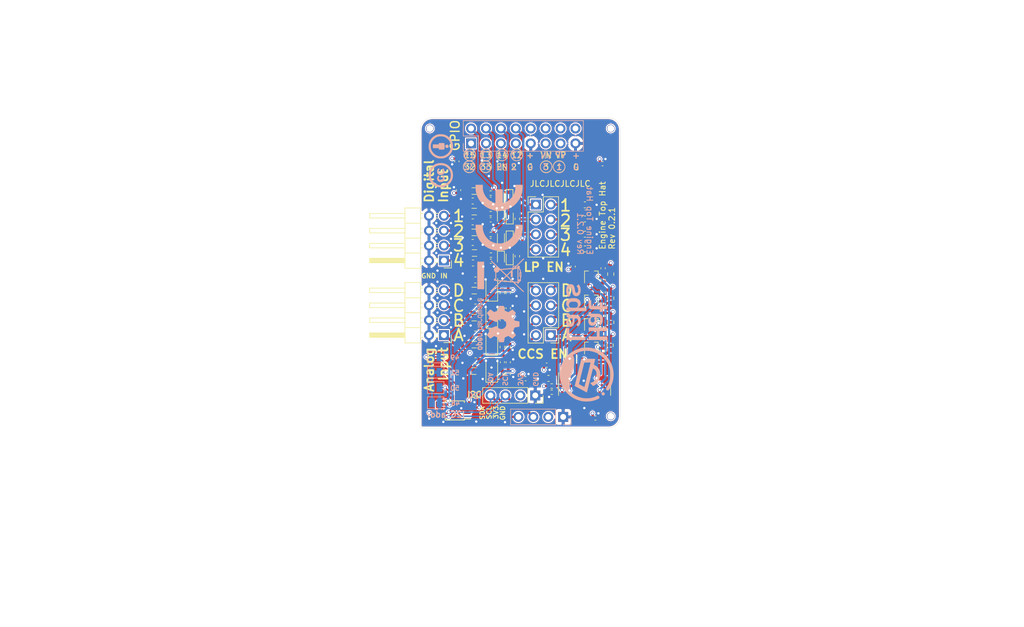
<source format=kicad_pcb>
(kicad_pcb (version 20211014) (generator pcbnew)
  (title_block (title "Engine Top Hat for SH-ESP32") (date "2021-09-13") (rev "0.2.1") (company "Hat Labs Ltd") (comment 1 "https://creativecommons.org/licenses/by-sa/4.0") (comment 2 "To view a copy of this license, visit ") (comment 3 "This design is licensed under CC BY-SA 4.0."))
  (layers (0 "F.Cu" signal) (1 "In1.Cu" power) (2 "In2.Cu" power) (31 "B.Cu" signal) (34 "B.Paste" user) (35 "F.Paste" user) (36 "B.SilkS" user "B.Silkscreen") (37 "F.SilkS" user "F.Silkscreen") (38 "B.Mask" user) (39 "F.Mask" user) (44 "Edge.Cuts" user))
  (net 0 "")
  (net 1 "GND")
  (net 2 "+3V3")
  (net 3 "Net-(C501-Pad1)")
  (net 4 "Net-(C502-Pad1)")
  (net 5 "/Digital input/In1")
  (net 6 "/Digital input/In2")
  (net 7 "/Digital input/In3")
  (net 8 "/Digital input/In4")
  (net 9 "/Digital input/InF1")
  (net 10 "/Digital input/InF2")
  (net 11 "/Digital input/InF3")
  (net 12 "/Digital input/InF4")
  (net 13 "Net-(C309-Pad1)")
  (net 14 "Net-(C310-Pad1)")
  (net 15 "Net-(C311-Pad1)")
  (net 16 "Net-(C312-Pad1)")
  (net 17 "Net-(C503-Pad1)")
  (net 18 "Net-(C504-Pad1)")
  (net 19 "/Analog input/Vin")
  (net 20 "/Analog input/InA")
  (net 21 "/Analog input/InB")
  (net 22 "/Analog input/InC")
  (net 23 "/Analog input/InD")
  (net 24 "/Analog input/InFA")
  (net 25 "/Analog input/InFB")
  (net 26 "/Analog input/InFC")
  (net 27 "/Analog input/InFD")
  (net 28 "/Analog input/ADC_A")
  (net 29 "/Analog input/ADC_B")
  (net 30 "/Analog input/ADC_C")
  (net 31 "/Analog input/ADC_D")
  (net 32 "/DI1")
  (net 33 "/DI2")
  (net 34 "/DI3")
  (net 35 "/DI4")
  (net 36 "/Analog input/SDA")
  (net 37 "/Analog input/SCL")
  (net 38 "/Analog input/IoutA")
  (net 39 "Net-(Q501-Pad2)")
  (net 40 "Net-(Q501-Pad1)")
  (net 41 "/Analog input/IoutB")
  (net 42 "Net-(Q502-Pad2)")
  (net 43 "Net-(Q502-Pad1)")
  (net 44 "/Analog input/IoutC")
  (net 45 "Net-(Q503-Pad2)")
  (net 46 "Net-(Q503-Pad1)")
  (net 47 "/Analog input/IoutD")
  (net 48 "Net-(Q504-Pad2)")
  (net 49 "Net-(Q504-Pad1)")
  (net 50 "/Analog input/ADDR")
  (footprint "Capacitor_SMD:C_0402_1005Metric" (layer "F.Cu") (at 132.2 64.4 90)
    (fp_text reference "C203" hide)
    (fp_text value "100nF" hide)
  )
  (footprint "Package_SO:SOIC-14_3.9x8.7mm_P1.27mm" (layer "F.Cu") (at 153.95 102.3 -90)
    (fp_text reference "U501" hide)
    (fp_text value "LMV324" hide)
  )
  (footprint "Connector_PinHeader_2.54mm:PinHeader_2x04_P2.54mm_Horizontal" (layer "F.Cu") (at 130 93.98 180)
    (fp_text reference "J502" hide)
    (fp_text value "Conn_02x04" hide)
  )
  (footprint "Capacitor_SMD:C_0402_1005Metric" (layer "F.Cu") (at 143.9 101.4 180)
    (fp_text reference "C202" hide)
    (fp_text value "100nF" hide)
  )
  (footprint "Capacitor_SMD:C_0402_1005Metric" (layer "F.Cu") (at 152 82.3 -90)
    (fp_text reference "C204" hide)
    (fp_text value "100nF" hide)
  )
  (footprint "Capacitor_SMD:C_0402_1005Metric" (layer "F.Cu") (at 132.5 69.3 -90)
    (fp_text reference "C207" hide)
    (fp_text value "100nF" hide)
  )
  (footprint "Capacitor_SMD:C_0402_1005Metric" (layer "F.Cu") (at 157.1 90.7 90)
    (fp_text reference "C502" hide)
    (fp_text value "100nF" hide)
  )
  (footprint "Capacitor_SMD:C_0402_1005Metric" (layer "F.Cu") (at 152.6 98 180)
    (fp_text reference "C505" hide)
    (fp_text value "100nF" hide)
  )
  (footprint "Capacitor_SMD:C_0603_1608Metric" (layer "F.Cu") (at 147.8 101.35 180)
    (fp_text reference "C506" hide)
    (fp_text value "68nF" hide)
  )
  (footprint "Package_TO_SOT_SMD:SOT-323_SC-70" (layer "F.Cu") (at 155.1 91.9 90)
    (fp_text reference "Q502" hide)
    (fp_text value "S9015" hide)
  )
  (footprint "Resistor_SMD:R_0402_1005Metric" (layer "F.Cu") (at 157.1 92.7 90)
    (fp_text reference "R502" hide)
    (fp_text value "1k" hide)
  )
  (footprint "Resistor_SMD:R_0603_1608Metric" (layer "F.Cu") (at 158.4 91.8 -90)
    (fp_text reference "R506" hide)
    (fp_text value "30" hide)
  )
  (footprint "Resistor_SMD:R_0402_1005Metric" (layer "F.Cu") (at 148.35 102.65)
    (fp_text reference "R509" hide)
    (fp_text value "1k" hide)
  )
  (footprint "Resistor_SMD:R_0402_1005Metric" (layer "F.Cu") (at 148.35 103.7 180)
    (fp_text reference "R510" hide)
    (fp_text value "10k" hide)
  )
  (footprint "Connector_PinSocket_2.54mm:PinSocket_1x04_P2.54mm_Vertical" (layer "F.Cu") (at 145.55 104.25 -90)
    (fp_text reference "J401" hide)
    (fp_text value "I2C_top" hide)
  )
  (footprint "Capacitor_SMD:C_0402_1005Metric" (layer "F.Cu") (at 157 64.8 180)
    (fp_text reference "C206" hide)
    (fp_text value "100nF" hide)
  )
  (footprint "Capacitor_SMD:C_0402_1005Metric" (layer "F.Cu") (at 155.8 108.1 180)
    (fp_text reference "C201" hide)
    (fp_text value "100nF" hide)
  )
  (footprint "Package_TO_SOT_SMD:SOT-323_SC-70" (layer "F.Cu") (at 155.1 95.9 90)
    (fp_text reference "Q501" hide)
    (fp_text value "S9015" hide)
  )
  (footprint "Resistor_SMD:R_0402_1005Metric" (layer "F.Cu") (at 139.95 100.6 -90)
    (fp_text reference "R511" hide)
    (fp_text value "51k" hide)
  )
  (footprint "Capacitor_SMD:C_0402_1005Metric" (layer "F.Cu") (at 157 94.8 90)
    (fp_text reference "C501" hide)
    (fp_text value "100nF" hide)
  )
  (footprint "Capacitor_SMD:C_0402_1005Metric" (layer "F.Cu") (at 140.95 98.6 90)
    (fp_text reference "C515" hide)
    (fp_text value "470nF" hide)
  )
  (footprint "Resistor_SMD:R_0402_1005Metric" (layer "F.Cu") (at 157 96.7 90)
    (fp_text reference "R501" hide)
    (fp_text value "1k" hide)
  )
  (footprint "Resistor_SMD:R_0603_1608Metric" (layer "F.Cu") (at 158.3 95.7 -90)
    (fp_text reference "R505" hide)
    (fp_text value "30" hide)
  )
  (footprint "Capacitor_SMD:C_0603_1608Metric" (layer "F.Cu") (at 134.9 71.15)
    (fp_text reference "C301" hide)
    (fp_text value "33pF/50V" hide)
  )
  (footprint "Capacitor_SMD:C_0603_1608Metric" (layer "F.Cu") (at 134.9 74.7)
    (fp_text reference "C302" hide)
    (fp_text value "33pF/50V" hide)
  )
  (footprint "Capacitor_SMD:C_0603_1608Metric" (layer "F.Cu") (at 134.9 78.2)
    (fp_text reference "C303" hide)
    (fp_text value "33pF/50V" hide)
  )
  (footprint "Capacitor_SMD:C_0603_1608Metric" (layer "F.Cu") (at 134.95 81.7)
    (fp_text reference "C304" hide)
    (fp_text value "33pF/50V" hide)
  )
  (footprint "Capacitor_SMD:C_0402_1005Metric" (layer "F.Cu") (at 137.95 70.85)
    (fp_text reference "C305" hide)
    (fp_text value "33pF" hide)
  )
  (footprint "Capacitor_SMD:C_0402_1005Metric" (layer "F.Cu") (at 137.95 74.35)
    (fp_text reference "C306" hide)
    (fp_text value "33pF" hide)
  )
  (footprint "Capacitor_SMD:C_0402_1005Metric" (layer "F.Cu") (at 137.95 77.9)
    (fp_text reference "C307" hide)
    (fp_text value "33pF" hide)
  )
  (footprint "Capacitor_SMD:C_0402_1005Metric" (layer "F.Cu") (at 137.98 81.4)
    (fp_text reference "C308" hide)
    (fp_text value "33pF" hide)
  )
  (footprint "Capacitor_SMD:C_0603_1608Metric" (layer "F.Cu") (at 154 79.3)
    (fp_text reference "C309" hide)
    (fp_text value "680pF" hide)
  )
  (footprint "Capacitor_SMD:C_0603_1608Metric" (layer "F.Cu") (at 154 76.8)
    (fp_text reference "C310" hide)
    (fp_text value "680pF" hide)
  )
  (footprint "Capacitor_SMD:C_0603_1608Metric" (layer "F.Cu") (at 154 74.2)
    (fp_text reference "C311" hide)
    (fp_text value "680pF" hide)
  )
  (footprint "Capacitor_SMD:C_0603_1608Metric" (layer "F.Cu") (at 154 71.8)
    (fp_text reference "C312" hide)
    (fp_text value "680pF" hide)
  )
  (footprint "Capacitor_SMD:C_0402_1005Metric" (layer "F.Cu") (at 157.1 86.7 90)
    (fp_text reference "C503" hide)
    (fp_text value "100nF" hide)
  )
  (footprint "Capacitor_SMD:C_0402_1005Metric" (layer "F.Cu") (at 157.1 82.6 90)
    (fp_text reference "C504" hide)
    (fp_text value "100nF" hide)
  )
  (footprint "Capacitor_SMD:C_0603_1608Metric" (layer "F.Cu") (at 135.375 98.35)
    (fp_text reference "C507" hide)
    (fp_text value "1uF" hide)
  )
  (footprint "Capacitor_SMD:C_0603_1608Metric" (layer "F.Cu") (at 135.35 93.8)
    (fp_text reference "C508" hide)
    (fp_text value "1uF" hide)
  )
  (footprint "Capacitor_SMD:C_0603_1608Metric" (layer "F.Cu") (at 135.35 89.2)
    (fp_text reference "C509" hide)
    (fp_text value "1uF" hide)
  )
  (footprint "Capacitor_SMD:C_0603_1608Metric" (layer "F.Cu") (at 135.35 84.6)
    (fp_text reference "C510" hide)
    (fp_text value "1uF" hide)
  )
  (footprint "Capacitor_SMD:C_0402_1005Metric" (layer "F.Cu") (at 139.95 98.6 90)
    (fp_text reference "C511" hide)
    (fp_text value "1uF" hide)
  )
  (footprint "Capacitor_SMD:C_0402_1005Metric" (layer "F.Cu") (at 139.95 94 90)
    (fp_text reference "C512" hide)
    (fp_text value "1uF" hide)
  )
  (footprint "Capacitor_SMD:C_0402_1005Metric" (layer "F.Cu") (at 139.95 89.4 90)
    (fp_text reference "C513" hide)
    (fp_text value "1uF" hide)
  )
  (footprint "Capacitor_SMD:C_0402_1005Metric" (layer "F.Cu") (at 139.95 84.8 90)
    (fp_text reference "C514" hide)
    (fp_text value "1uF" hide)
  )
  (footprint "Capacitor_SMD:C_0402_1005Metric" (layer "F.Cu") (at 140.95 94 90)
    (fp_text reference "C516" hide)
    (fp_text value "470nF" hide)
  )
  (footprint "Capacitor_SMD:C_0402_1005Metric" (layer "F.Cu") (at 140.95 89.4 90)
    (fp_text reference "C517" hide)
    (fp_text value "470nF" hide)
  )
  (footprint "Capacitor_SMD:C_0402_1005Metric" (layer "F.Cu") (at 140.95 84.8 90)
    (fp_text reference "C518" hide)
    (fp_text value "470nF" hide)
  )
  (footprint "Capacitor_SMD:C_0402_1005Metric" (layer "F.Cu") (at 128.3 107.7 -90)
    (fp_text reference "C519" hide)
    (fp_text value "100nF" hide)
  )
  (footprint "Diode_SMD:D_SOD-123F" (layer "F.Cu") (at 138.15 99.8 90)
    (fp_text reference "D501" hide)
    (fp_text value "SMF33A" hide)
  )
  (footprint "Diode_SMD:D_SOD-123F" (layer "F.Cu") (at 138.15 95.2 90)
    (fp_text reference "D502" hide)
    (fp_text value "SMF33A" hide)
  )
  (footprint "Diode_SMD:D_SOD-123F" (layer "F.Cu") (at 138.15 90.6 90)
    (fp_text reference "D503" hide)
    (fp_text value "SMF33A" hide)
  )
  (footprint "Diode_SMD:D_SOD-123F" (layer "F.Cu") (at 138.15 86 90)
    (fp_text reference "D504" hide)
    (fp_text value "SMF33A" hide)
  )
  (footprint "Inductor_SMD:L_0805_2012Metric" (layer "F.Cu") (at 135.15 69.45 180)
    (fp_text reference "FB301" hide)
    (fp_text value "GZ2012D101TF" hide)
  )
  (footprint "Inductor_SMD:L_0805_2012Metric" (layer "F.Cu") (at 135.15 72.95 180)
    (fp_text reference "FB302" hide)
    (fp_text value "GZ2012D101TF" hide)
  )
  (footprint "Inductor_SMD:L_0805_2012Metric" (layer "F.Cu") (at 135.15 76.5 180)
    (fp_text reference "FB303" hide)
    (fp_text value "GZ2012D101TF" hide)
  )
  (footprint "Inductor_SMD:L_0805_2012Metric" (layer "F.Cu") (at 135.2 80 180)
    (fp_text reference "FB304" hide)
    (fp_text value "GZ2012D101TF" hide)
  )
  (footprint "Inductor_SMD:L_0805_2012Metric" (layer "F.Cu") (at 135.0875 100.1 180)
    (fp_text reference "FB501" hide)
    (fp_text value "GZ2012D601TF" hide)
  )
  (footprint "Inductor_SMD:L_0805_2012Metric" (layer "F.Cu") (at 135.15 95.6 180)
    (fp_text reference "FB502" hide)
    (fp_text value "GZ2012D601TF" hide)
  )
  (footprint "Inductor_SMD:L_0805_2012Metric" (layer "F.Cu") (at 135.15 91 180)
    (fp_text reference "FB503" hide)
    (fp_text value "GZ2012D601TF" hide)
  )
  (footprint "Inductor_SMD:L_0805_2012Metric" (layer "F.Cu") (at 135.15 86.4 180)
    (fp_text reference "FB504" hide)
    (fp_text value "GZ2012D601TF" hide)
  )
  (footprint "Connector_PinHeader_2.54mm:PinHeader_2x04_P2.54mm_Horizontal" (layer "F.Cu") (at 130 81.28 180)
    (fp_text reference "J301" hide)
    (fp_text value "Conn_02x04_Odd_Even" hide)
  )
  (footprint "Package_TO_SOT_SMD:SOT-323_SC-70" (layer "F.Cu") (at 155.1 87.9 90)
    (fp_text reference "Q503" hide)
    (fp_text value "S9015" hide)
  )
  (footprint "Package_TO_SOT_SMD:SOT-323_SC-70" (layer "F.Cu") (at 155.1 83.8 90)
    (fp_text reference "Q504" hide)
    (fp_text value "S9015" hide)
  )
  (footprint "Resistor_SMD:R_0402_1005Metric" (layer "F.Cu") (at 137.95 69.8 180)
    (fp_text reference "R301" hide)
    (fp_text value "100k" hide)
  )
  (footprint "Resistor_SMD:R_0402_1005Metric" (layer "F.Cu") (at 137.95 73.3 180)
    (fp_text reference "R302" hide)
    (fp_text value "100k" hide)
  )
  (footprint "Resistor_SMD:R_0402_1005Metric" (layer "F.Cu") (at 137.95 76.85 180)
    (fp_text reference "R303" hide)
    (fp_text value "100k" hide)
  )
  (footprint "Resistor_SMD:R_0402_1005Metric" (layer "F.Cu") (at 138 80.35 180)
    (fp_text reference "R304" hide)
    (fp_text value "100k" hide)
  )
  (footprint "Resistor_SMD:R_0402_1005Metric" (layer "F.Cu") (at 157.1 88.7 90)
    (fp_text reference "R503" hide)
    (fp_text value "1k" hide)
  )
  (footprint "Resistor_SMD:R_0402_1005Metric" (layer "F.Cu") (at 157.1 84.6 90)
    (fp_text reference "R504" hide)
    (fp_text value "1k" hide)
  )
  (footprint "Resistor_SMD:R_0603_1608Metric" (layer "F.Cu") (at 158.4 87.7 -90)
    (fp_text reference "R507" hide)
    (fp_text value "30" hide)
  )
  (footprint "Resistor_SMD:R_0603_1608Metric" (layer "F.Cu") (at 158.4 83.6 -90)
    (fp_text reference "R508" hide)
    (fp_text value "30" hide)
  )
  (footprint "Resistor_SMD:R_0402_1005Metric" (layer "F.Cu") (at 140.95 100.6 90)
    (fp_text reference "R512" hide)
    (fp_text value "3.9k" hide)
  )
  (footprint "Resistor_SMD:R_0402_1005Metric" (layer "F.Cu") (at 139.95 96 -90)
    (fp_text reference "R513" hide)
    (fp_text value "51k" hide)
  )
  (footprint "Resistor_SMD:R_0402_1005Metric" (layer "F.Cu") (at 140.95 96 90)
    (fp_text reference "R514" hide)
    (fp_text value "3.9k" hide)
  )
  (footprint "Resistor_SMD:R_0402_1005Metric" (layer "F.Cu") (at 139.95 91.4 -90)
    (fp_text reference "R515" hide)
    (fp_text value "51k" hide)
  )
  (footprint "Resistor_SMD:R_0402_1005Metric" (layer "F.Cu") (at 140.95 91.4 90)
    (fp_text reference "R516" hide)
    (fp_text value "3.9k" hide)
  )
  (footprint "Resistor_SMD:R_0402_1005Metric" (layer "F.Cu") (at 139.95 86.8 -90)
    (fp_text reference "R517" hide)
    (fp_text value "51k" hide)
  )
  (footprint "Resistor_SMD:R_0402_1005Metric" (layer "F.Cu") (at 140.95 86.8 90)
    (fp_text reference "R518" hide)
    (fp_text value "3.9k" hide)
  )
  (footprint "Package_SO:TSSOP-10_3x3mm_P0.5mm" (layer "F.Cu") (at 131.85 106.8 180)
    (fp_text reference "U502" hide)
    (fp_text value "ADS1115IDGS" hide)
  )
  (footprint "Diode_SMD:D_SOD-523" (layer "F.Cu") (at 139.65 70.35 90)
    (fp_text reference "D301" hide)
    (fp_text value "MSK4005" hide)
  )
  (footprint "Diode_SMD:D_SOD-523" (layer "F.Cu") (at 141.15 70.35 -90)
    (fp_text reference "D302" hide)
    (fp_text value "MSK4005" hide)
  )
  (footprint "Diode_SMD:D_SOD-523" (layer "F.Cu") (at 139.7 73.9 -90)
    (fp_text reference "D303" hide)
    (fp_text value "MSK4005" hide)
  )
  (footprint "Diode_SMD:D_SOD-523" (layer "F.Cu") (at 141.2 73.9 90)
    (fp_text reference "D304" hide)
    (fp_text value "MSK4005" hide)
  )
  (footprint "Diode_SMD:D_SOD-523" (layer "F.Cu") (at 139.7 77.4 90)
    (fp_text reference "D305" hide)
    (fp_text value "MSK4005" hide)
  )
  (footprint "Diode_SMD:D_SOD-523" (layer "F.Cu") (at 141.2 77.4 -90)
    (fp_text reference "D306" hide)
    (fp_text value "MSK4005" hide)
  )
  (footprint "Diode_SMD:D_SOD-523" (layer "F.Cu") (at 139.7 80.85 -90)
    (fp_text reference "D307" hide)
    (fp_text value "MSK4005" hide)
  )
  (footprint "Diode_SMD:D_SOD-523" (layer "F.Cu") (at 141.2 80.85 90)
    (fp_text reference "D308" hide)
    (fp_text value "MSK4005" hide)
  )
  (footprint "Connector_PinHeader_2.54mm:PinHeader_2x04_P2.54mm_Vertical" (layer "F.Cu") (at 145.65 71.75)
    (fp_text reference "J302" hide)
    (fp_text value "Conn_02x04_Odd_Even" hide)
  )
  (footprint "Connector_PinHeader_2.54mm:PinHeader_2x04_P2.54mm_Vertical" (layer "F.Cu") (at 148.2 94 180)
    (fp_text reference "J501" hide)
    (fp_text value "Conn_02x04_Odd_Even" hide)
  )
  (footprint "Resistor_SMD:R_0402_1005Metric" (layer "F.Cu") (at 142.45 70.65 -90)
    (fp_text reference "R305" hide)
    (fp_text value "1M" hide)
  )
  (footprint "Resistor_SMD:R_0402_1005Metric" (layer "F.Cu") (at 142.5 74.2 90)
    (fp_text reference "R306" hide)
    (fp_text value "1M" hide)
  )
  (footprint "Resistor_SMD:R_0402_1005Metric" (layer "F.Cu") (at 142.5 77.1 -90)
    (fp_text reference "R307" hide)
    (fp_text value "1M" hide)
  )
  (footprint "Resistor_SMD:R_0402_1005Metric" (layer "F.Cu") (at 142.5 80.55 90)
    (fp_text reference "R308" hide)
    (fp_text value "1M" hide)
  )
  (footprint "Capacitor_SMD:C_0402_1005Metric" (layer "F.Cu") (at 147.5 99.1 180)
    (fp_text reference "C205" hide)
    (fp_text value "100nF" hide)
  )
  (footprint "SH-ESP32-tank-hat:JlcpcbToolingHole" (layer "F.Cu") (at 127.6 58.8)
    (fp_text reference "H201" hide)
    (fp_text value "Tooling hole" hide)
  )
  (footprint "SH-ESP32-tank-hat:JlcpcbToolingHole" (layer "F.Cu") (at 158.4 58.8)
    (fp_text reference "H202" hide)
    (fp_text value "Tooling hole" hide)
  )
  (footprint "SH-ESP32-tank-hat:JlcpcbToolingHole" (layer "F.Cu") (at 158.4 107.8)
    (fp_text reference "H203" hide)
    (fp_text value "Tooling hole" hide)
  )
  (footprint "Connector_PinHeader_2.54mm:PinHeader_1x04_P2.54mm_Vertical" (layer "B.Cu") (at 150.3 107.91 90)
    (fp_text reference "J402" hide)
    (fp_text value "I2C_bottom" hide)
  )
  (footprint "Symbol:OSHW-Logo2_9.8x8mm_SilkScreen" (layer "B.Cu") (at 139.15 92.1 90)
    (fp_text reference "REF**" hide)
    (fp_text value "OSHW-Logo2_9.8x8mm_SilkScreen" hide)
  )
  (footprint "Connector_PinSocket_2.54mm:PinSocket_2x08_P2.54mm_Vertical" (layer "B.Cu") (at 134.62 61.34 -90)
    (fp_text reference "J403" hide)
    (fp_text value "GPIO subset" hide)
  )
  (footprint "SH-ESP32-tank-hat:Hat_Labs_20mm" (layer "B.Cu") (at 154.3 95.3 90)
    (fp_text reference "G***" hide)
    (fp_text value "LOGO" hide)
  )
  (footprint "Jumper:SolderJumper-2_P1.3mm_Open_Pad1.0x1.5mm" (layer "B.Cu") (at 128.6 102.9)
    (fp_text reference "JP503" hide)
    (fp_text value "Open" hide)
  )
  (footprint "Jumper:SolderJumper-2_P1.3mm_Open_Pad1.0x1.5mm" (layer "B.Cu") (at 128.6 97.7)
    (fp_text reference "JP501" hide)
    (fp_text value "Open" hide)
  )
  (footprint "Jumper:SolderJumper-2_P1.3mm_Bridged_Pad1.0x1.5mm" (layer "B.Cu") (at 128.6 100.3)
    (fp_text reference "JP502" hide)
    (fp_text value "Bridged" hide)
  )
  (footprint "Jumper:SolderJumper-2_P1.3mm_Open_Pad1.0x1.5mm" (layer "B.Cu") (at 128.6 105.5)
    (fp_text reference "JP504" hide)
    (fp_text value "Open" hide)
  )
  (footprint "SH-ESP32-tank-hat:cc-by_5mm" (layer "B.Cu") (at 129.4 64.3 90)
    (fp_text reference "G***" hide)
    (fp_text value "LOGO" hide)
  )
  (footprint "Symbol:CE-Logo_11.2x8mm_SilkScreen" (layer "B.Cu") (at 139.4 74 90)
    (fp_text reference "REF**" hide)
    (fp_text value "CE-Logo_11.2x8mm_SilkScreen" hide)
  )
  (footprint "Symbol:WEEE-Logo_5.6x8mm_SilkScreen" (layer "B.Cu") (at 139.7 83.8 90)
    (fp_text reference "REF**" hide)
    (fp_text value "WEEE-Logo_5.6x8mm_SilkScreen" hide)
  )
  (gr_circle (center 147.4 65.35) (end 148.4 65.35) (layer "B.SilkS") (width 0.12) (fill none))
  (gr_circle (center 149.6 65.35) (end 150.6 65.35) (layer "B.SilkS") (width 0.12) (fill none))
  (gr_circle (center 137.1 65.35) (end 138.1 65.35) (layer "B.SilkS") (width 0.12) (fill none))
  (gr_circle (center 134.3 65.35) (end 135.3 65.35) (layer "B.SilkS") (width 0.12) (fill none))
  (gr_circle (center 134.4 63.3) (end 135.4 63.3) (layer "B.SilkS") (width 0.12) (fill none))
  (gr_circle (center 137.2 63.3) (end 138.2 63.3) (layer "B.SilkS") (width 0.12) (fill none))
  (gr_circle (center 139.9 63.3) (end 140.9 63.3) (layer "B.SilkS") (width 0.12) (fill none))
  (gr_circle (center 142.4 63.3) (end 143.4 63.3) (layer "B.SilkS") (width 0.12) (fill none))
  (gr_circle (center 149.6 65.3) (end 150.6 65.3) (layer "F.SilkS") (width 0.12) (fill none))
  (gr_circle (center 147.4 65.3) (end 148.4 65.3) (layer "F.SilkS") (width 0.12) (fill none))
  (gr_circle (center 137.1 65.3) (end 138.1 65.3) (layer "F.SilkS") (width 0.12) (fill none))
  (gr_circle (center 134.3 65.3) (end 135.3 65.3) (layer "F.SilkS") (width 0.12) (fill none))
  (gr_circle (center 134.4 63.3) (end 135.4 63.3) (layer "F.SilkS") (width 0.12) (fill none))
  (gr_circle (center 142.4 63.3) (end 143.4 63.3) (layer "F.SilkS") (width 0.12) (fill none))
  (gr_circle (center 139.9 63.3) (end 140.9 63.3) (layer "F.SilkS") (width 0.12) (fill none))
  (gr_circle (center 137.2 63.3) (end 138.2 63.3) (layer "F.SilkS") (width 0.12) (fill none))
  (gr_line (start 158 57) (end 143 57) (layer "Edge.Cuts") (width 0.05))
  (gr_line (start 126 109.75) (end 158 109.75) (layer "Edge.Cuts") (width 0.05))
  (gr_arc (start 160 107.75) (mid 159.414214 109.164214) (end 158 109.75) (layer "Edge.Cuts") (width 0.05))
  (gr_line (start 126 109.75) (end 126 59) (layer "Edge.Cuts") (width 0.05))
  (gr_line (start 160 107.75) (end 160 74) (layer "Edge.Cuts") (width 0.05))
  (gr_arc (start 158 57) (mid 159.414214 57.585786) (end 160 59) (layer "Edge.Cuts") (width 0.05))
  (gr_line (start 128 57) (end 143 57) (layer "Edge.Cuts") (width 0.05))
  (gr_line (start 160 74) (end 160 59) (layer "Edge.Cuts") (width 0.05))
  (gr_arc (start 126 59) (mid 126.585786 57.585786) (end 128 57) (layer "Edge.Cuts") (width 0.05))
  (gr_text "+" (at 152.5 63.4) (layer "B.SilkS") (effects (font (size 1 1) (thickness 0.16)) (justify mirror)))
  (gr_text "G" (at 152.5 65.35) (layer "B.SilkS") (effects (font (size 1 1) (thickness 0.16)) (justify mirror)))
  (gr_text "G" (at 144.7 65.45) (layer "B.SilkS") (effects (font (size 1 1) (thickness 0.16)) (justify mirror)))
  (gr_text "+" (at 144.7 63.4) (layer "B.SilkS") (effects (font (size 1 1) (thickness 0.16)) (justify mirror)))
  (gr_text "13" (at 137.2 63.35) (layer "B.SilkS") (effects (font (size 1 1) (thickness 0.16)) (justify mirror)))
  (gr_text "12" (at 142.4 63.35) (layer "B.SilkS") (effects (font (size 1 1) (thickness 0.16)) (justify mirror)))
  (gr_text "14" (at 139.9 63.35) (layer "B.SilkS") (effects (font (size 1 1) (thickness 0.16)) (justify mirror)))
  (gr_text "33" (at 137.1 65.35) (layer "B.SilkS") (effects (font (size 1 1) (thickness 0.16)) (justify mirror)))
  (gr_text "32" (at 134.3 65.35) (layer "B.SilkS") (effects (font (size 1 1) (thickness 0.16)) (justify mirror)))
  (gr_text "VN" (at 147.4 63.45) (layer "B.SilkS") (effects (font (size 1 1) (thickness 0.16)) (justify mirror)))
  (gr_text "VP" (at 149.8 63.35) (layer "B.SilkS") (effects (font (size 1 1) (thickness 0.16)) (justify mirror)))
  (gr_text "EN" (at 139.9 65.45) (layer "B.SilkS") (effects (font (size 1 1) (thickness 0.16)) (justify mirror)))
  (gr_text "15" (at 134.3 63.35) (layer "B.SilkS") (effects (font (size 1 1) (thickness 0.16)) (justify mirror)))
  (gr_text "2" (at 141.9 65.35) (layer "B.SilkS") (effects (font (size 1 1) (thickness 0.16)) (justify mirror)))
  (gr_text "3" (at 147.3 65.35) (layer "B.SilkS") (effects (font (size 1 1) (thickness 0.16)) (justify mirror)))
  (gr_text "1" (at 149.6 65.35) (layer "B.SilkS") (effects (font (size 1 1) (thickness 0.16)) (justify mirror)))
  (gr_text "I2C" (at 135.2 104.3) (layer "B.SilkS") (effects (font (size 1 1) (thickness 0.2)) (justify mirror)))
  (gr_text "GND" (at 145.6 101.5 270) (layer "B.SilkS") (effects (font (size 0.8 0.8) (thickness 0.16)) (justify mirror)))
  (gr_text "3V3" (at 143 101.5 270) (layer "B.SilkS") (effects (font (size 0.8 0.8) (thickness 0.16)) (justify mirror)))
  (gr_text "SDA" (at 137.9 101.5 270) (layer "B.SilkS") (effects (font (size 0.8 0.8) (thickness 0.16)) (justify mirror)))
  (gr_text "SCL" (at 140.4 101.5 270) (layer "B.SilkS") (effects (font (size 0.8 0.8) (thickness 0.16)) (justify mirror)))
  (gr_text "49" (at 131 97.8) (layer "B.SilkS") (effects (font (size 0.8 0.8) (thickness 0.16)) (justify right mirror)))
  (gr_text "51" (at 131 100.4) (layer "B.SilkS") (effects (font (size 0.8 0.8) (thickness 0.16)) (justify right mirror)))
  (gr_text "48" (at 131.1 105.6) (layer "B.SilkS") (effects (font (size 0.8 0.8) (thickness 0.16)) (justify right mirror)))
  (gr_text "I2C addr" (at 130.3 107.5) (layer "B.SilkS") (effects (font (size 1 1) (thickness 0.2)) (justify mirror)))
  (gr_text "50" (at 131 103) (layer "B.SilkS") (effects (font (size 0.8 0.8) (thickness 0.16)) (justify right mirror)))
  (gr_text "Engine Top Hat\nRev 0.2.1" (at 154 80.4 -90) (layer "B.SilkS") (effects (font (size 1 1) (thickness 0.16)) (justify left mirror)))
  (gr_text "SCL" (at 137.7 107.2 90) (layer "F.SilkS") (effects (font (size 0.8 0.8) (thickness 0.16))))
  (gr_text "SDA" (at 136.55 107.25 90) (layer "F.SilkS") (effects (font (size 0.8 0.8) (thickness 0.16))))
  (gr_text "3V3" (at 138.85 107.15 90) (layer "F.SilkS") (effects (font (size 0.8 0.8) (thickness 0.16))))
  (gr_text "GND" (at 140 107.25 90) (layer "F.SilkS") (effects (font (size 0.8 0.8) (thickness 0.16))))
  (gr_text "B" (at 132.5 91.5) (layer "F.SilkS") (effects (font (size 2 2) (thickness 0.3))))
  (gr_text "GPIO" (at 131.9 60 90) (layer "F.SilkS") (effects (font (size 1.5 1.5) (thickness 0.24))))
  (gr_text "+" (at 152.5 63.4) (layer "F.SilkS") (effects (font (size 1 1) (thickness 0.16))))
  (gr_text "+" (at 144.65 63.35) (layer "F.SilkS") (effects (font (size 1 1) (thickness 0.16))))
  (gr_text "G" (at 152.5 65.4) (layer "F.SilkS") (effects (font (size 1 1) (thickness 0.16))))
  (gr_text "G" (at 144.65 65.35) (layer "F.SilkS") (effects (font (size 1 1) (thickness 0.16))))
  (gr_text "3" (at 147.4 65.35) (layer "F.SilkS") (effects (font (size 1 1) (thickness 0.16))))
  (gr_text "1" (at 149.65 65.35) (layer "F.SilkS") (effects (font (size 1 1) (thickness 0.16))))
  (gr_text "2" (at 141.9 65.35) (layer "F.SilkS") (effects (font (size 1 1) (thickness 0.16))))
  (gr_text "15" (at 134.4 63.35) (layer "F.SilkS") (effects (font (size 1 1) (thickness 0.16))))
  (gr_text "EN" (at 139.9 65.35) (layer "F.SilkS") (effects (font (size 1 1) (thickness 0.16))))
  (gr_text "VP" (at 149.9 63.35) (layer "F.SilkS") (effects (font (size 1 1) (thickness 0.16))))
  (gr_text "VN" (at 147.4 63.35) (layer "F.SilkS") (effects (font (size 1 1) (thickness 0.16))))
  (gr_text "32" (at 134.4 65.35) (layer "F.SilkS") (effects (font (size 1 1) (thickness 0.16))))
  (gr_text "33" (at 137.15 65.35) (layer "F.SilkS") (effects (font (size 1 1) (thickness 0.16))))
  (gr_text "14" (at 139.9 63.35) (layer "F.SilkS") (effects (font (size 1 1) (thickness 0.16))))
  (gr_text "12" (at 142.4 63.35) (layer "F.SilkS") (effects (font (size 1 1) (thickness 0.16))))
  (gr_text "13" (at 137.15 63.35) (layer "F.SilkS") (effects (font (size 1 1) (thickness 0.16))))
  (gr_text "GND" (at 127.4 83.9) (layer "F.SilkS") (effects (font (size 0.8 0.8) (thickness 0.16))))
  (gr_text "Engine Top Hat\nRev 0.2.1" (at 157.8 79.5 90) (layer "F.SilkS") (effects (font (size 1 1) (thickness 0.16)) (justify left)))
  (gr_text "C" (at 132.5 89) (layer "F.SilkS") (effects (font (size 2 2) (thickness 0.3))))
  (gr_text "D" (at 132.5 86.4) (layer "F.SilkS") (effects (font (size 2 2) (thickness 0.3))))
  (gr_text "IN" (at 130 83.9) (layer "F.SilkS") (effects (font (size 0.8 0.8) (thickness 0.16))))
  (gr_text "1" (at 132.5 73.7) (layer "F.SilkS") (effects (font (size 2 2) (thickness 0.3))))
  (gr_text "Analog\nInput" (at 128.7 95.9 90) (layer "F.SilkS") (effects (font (size 1.5 1.5) (thickness 0.3)) (justify right)))
  (gr_text "I2C" (at 135.2 104.1) (layer "F.SilkS") (effects (font (size 1 1) (thickness 0.2))))
  (gr_text "B" (at 150.9 91.5) (layer "F.SilkS") (effects (font (size 2 2) (thickness 0.3))))
  (gr_text "A" (at 150.9 94) (layer "F.SilkS") (effects (font (size 2 2) (thickness 0.3))))
  (gr_text "C" (at 150.9 89) (layer "F.SilkS") (effects (font (size 2 2) (thickness 0.3))))
  (gr_text "D" (at 150.9 86.4) (layer "F.SilkS") (effects (font (size 2 2) (thickness 0.3))))
  (gr_text "1" (at 150.7 71.9) (layer "F.SilkS") (effects (font (size 2 2) (thickness 0.3))))
  (gr_text "3" (at 150.7 76.9) (layer "F.SilkS") (effects (font (size 2 2) (thickness 0.3))))
  (gr_text "4" (at 150.7 79.5) (layer "F.SilkS") (effects (font (size 2 2) (thickness 0.3))))
  (gr_text "2" (at 150.7 74.5) (layer "F.SilkS") (effects (font (size 2 2) (thickness 0.3))))
  (gr_text "3" (at 132.5 78.7) (layer "F.SilkS") (effects (font (size 2 2) (thickness 0.3))))
  (gr_text "4" (at 132.5 81.3) (layer "F.SilkS") (effects (font (size 2 2) (thickness 0.3))))
  (gr_text "LP EN" (at 147 82.4) (layer "F.SilkS") (effects (font (size 1.5 1.5) (thickness 0.3))))
  (gr_text "A" (at 132.5 94) (layer "F.SilkS") (effects (font (size 2 2) (thickness 0.3))))
  (gr_text "CCS EN" (at 146.8 97.2) (layer "F.SilkS") (effects (font (size 1.5 1.5) (thickness 0.3))))
  (gr_text "Digital\nInput" (at 128.7 71.6 90) (layer "F.SilkS") (effects (font (size 1.5 1.5) (thickness 0.3)) (justify left)))
  (gr_text "JLCJLCJLCJLC" (at 149.8 68.2) (layer "F.SilkS") (effects (font (size 1 1) (thickness 0.16))))
  (gr_text "2" (at 132.5 76.3) (layer "F.SilkS") (effects (font (size 2 2) (thickness 0.3))))
  (via (at 134.4 97) (size 0.6) (drill 0.4) (layers "F.Cu" "B.Cu") (net 0))
  (segment (start 147.98 99.1) (end 147.98 99.88) (width 0.4) (layer "F.Cu") (net 1))
  (segment (start 136.25 71.15) (end 136.6 71.5) (width 0.4) (layer "F.Cu") (net 1))
  (segment (start 139.38 88.92) (end 139.1 89.2) (width 0.4) (layer "F.Cu") (net 1))
  (segment (start 137.2 84.6) (end 137.1 84.5) (width 0.4) (layer "F.Cu") (net 1))
  (segment (start 136.125 84.6) (end 137 84.6) (width 0.4) (layer "F.Cu") (net 1))
  (segment (start 141.62 88.92) (end 141.7 89) (width 0.4) (layer "F.Cu") (net 1))
  (segment (start 139.95 84.32) (end 139.94701 84.32) (width 0.4) (layer "F.Cu") (net 1))
  (segment (start 136.125 89.2) (end 137.1 89.2) (width 0.4) (layer "F.Cu") (net 1))
  (segment (start 138.15 84.6) (end 137.2 84.6) (width 0.4) (layer "F.Cu") (net 1))
  (segment (start 139.932536 84.32701) (end 139.94 84.32701) (width 0.4) (layer "F.Cu") (net 1))
  (segment (start 154.775 76.8) (end 156 76.8) (width 0.4) (layer "F.Cu") (net 1))
  (segment (start 141.2 78.1) (end 141.2 79.1) (width 0.4) (layer "F.Cu") (net 1))
  (segment (start 138.43 71.662501) (end 138.378982 71.713519) (width 0.4) (layer "F.Cu") (net 1))
  (segment (start 144.38 101.4) (end 144.38 100.62) (width 0.4) (layer "F.Cu") (net 1))
  (segment (start 127.52 108.18) (end 127.5 108.2) (width 0.4) (layer "F.Cu") (net 1))
  (segment (start 136.1 81.7) (end 136.7 82.3) (width 0.4) (layer "F.Cu") (net 1))
  (segment (start 138.43 70.85) (end 138.43 71.662501) (width 0.4) (layer "F.Cu") (net 1))
  (segment (start 140.95 88.92) (end 141.62 88.92) (width 0.4) (layer "F.Cu") (net 1))
  (segment (start 140.95 88.92) (end 139.95 88.92) (width 0.4) (layer "F.Cu") (net 1))
  (segment (start 134 106.8) (end 133.320804 106.8) (width 0.25) (layer "F.Cu") (net 1))
  (segment (start 141.2 72.22701) (end 141.32701 72.1) (width 0.4) (layer "F.Cu") (net 1))
  (segment (start 141.15 71.05) (end 141.15 71.92299) (width 0.4) (layer "F.Cu") (net 1))
  (segment (start 138.15 93.8) (end 139.1 93.8) (width 0.4) (layer "F.Cu") (net 1))
  (segment (start 141.784011 98.12) (end 141.8 98.104011) (width 0.4) (layer "F.Cu") (net 1))
  (segment (start 135.675 78.2) (end 136.2 78.2) (width 0.4) (layer "F.Cu") (net 1))
  (segment (start 140.95 84.32) (end 139.95 84.32) (width 0.4) (layer "F.Cu") (net 1))
  (segment (start 144.38 100.62) (end 144.4 100.6) (width 0.4) (layer "F.Cu") (net 1))
  (segment (start 138.15 98.4) (end 138.15 99.45) (width 0.4) (layer "F.Cu") (net 1))
  (segment (start 155.9 79.3) (end 156 79.2) (width 0.4) (layer "F.Cu") (net 1))
  (segment (start 141.2 73.2) (end 141.2 72.22701) (width 0.4) (layer "F.Cu") (net 1))
  (segment (start 137.15 98.35) (end 138.1 98.35) (width 0.4) (layer "F.Cu") (net 1))
  (segment (start 139.95 93.52) (end 139.38 93.52) (width 0.4) (layer "F.Cu") (net 1))
  (segment (start 156.28 108.1) (end 156.28 107.32) (width 0.4) (layer "F.Cu") (net 1))
  (segment (start 137 84.6) (end 137.1 84.5) (width 0.4) (layer "F.Cu") (net 1))
  (segment (start 138.15 93.8) (end 137.1 93.8) (width 0.4) (layer "F.Cu") (net 1))
  (segment (start 135.675 74.7) (end 136.2 74.7) (width 0.4) (layer "F.Cu") (net 1))
  (segment (start 139.95 98.12) (end 140.95 98.12) (width 0.4) (layer "F.Cu") (net 1))
  (segment (start 132.2 64.88) (end 131.42 64.88) (width 0.4) (layer "F.Cu") (net 1))
  (segment (start 140.95 93.52) (end 139.95 93.52) (width 0.4) (layer "F.Cu") (net 1))
  (segment (start 138.15 84.6) (end 138.677011 85.127011) (width 0.4) (layer "F.Cu") (net 1))
  (segment (start 139.1 98.4) (end 139.67 98.4) (width 0.4) (layer "F.Cu") (net 1))
  (segment (start 138.15 89.2) (end 137.1 89.2) (width 0.4) (layer "F.Cu") (net 1))
  (segment (start 147.84 104.44) (end 147.9 104.5) (width 0.4) (layer "F.Cu") (net 1))
  (segment (start 138.15 99.45) (end 138.1 99.5) (width 0.4) (layer "F.Cu") (net 1))
  (segment (start 138.46 82.26) (end 138.5 82.3) (width 0.4) (layer "F.Cu") (net 1))
  (segment (start 139.95 88.92) (end 139.38 88.92) (width 0.4) (layer "F.Cu") (net 1))
  (segment (start 157.48 64.02) (end 157.5 64) (width 0.4) (layer "F.Cu") (net 1))
  (segment (start 138.46 81.4) (end 138.46 82.26) (width 0.4) (layer "F.Cu") (net 1))
  (segment (start 153.95 104.775) (end 153.95 106.35) (width 0.4) (layer "F.Cu") (net 1))
  (segment (start 141.69 96.51) (end 141.7 96.5) (width 0.4) (layer "F.Cu") (net 1))
  (segment (start 135.725 81.7) (end 136.1 81.7) (width 0.4) (layer "F.Cu") (net 1))
  (segment (start 135.675 71.15) (end 136.25 71.15) (width 0.4) (layer "F.Cu") (net 1))
  (segment (start 154.775 79.3) (end 155.9 79.3) (width 0.4) (layer "F.Cu") (net 1))
  (segment (start 152.12 98) (end 151.4 98) (width 0.4) (layer "F.Cu") (net 1))
  (segment (start 154.775 74.2) (end 156 74.2) (width 0.4) (layer "F.Cu") (net 1))
  (segment (start 136.2 78.2) (end 136.6 78.6) (width 0.4) (layer "F.Cu") (net 1))
  (segment (start 151.22 81.82) (end 151.2 81.8) (width 0.4) (layer "F.Cu") (net 1))
  (segment (start 131.72 68.82) (end 131.7 68.8) (width 0.4) (layer "F.Cu") (net 1))
  (segment (start 139.38 93.52) (end 139.2 93.7) (width 0.4) (layer "F.Cu") (net 1))
  (segment (start 140.95 98.12) (end 141.784011 98.12) (width 0.4) (layer "F.Cu") (net 1))
  (segment (start 138.15 89.2) (end 139.1 89.2) (width 0.4) (layer "F.Cu") (net 1))
  (segment (start 147.84 103.7) (end 147.84 104.44) (width 0.4) (layer "F.Cu") (net 1))
  (segment (start 141.62 93.52) (end 141.7 93.6) (width 0.4) (layer "F.Cu") (net 1))
  (segment (start 133.320804 106.8) (end 132.95201 106.431206) (width 0.25) (layer "F.Cu") (net 1))
  (segment (start 136.2 74.7) (end 136.6 75.1) (width 0.4) (layer "F.Cu") (net 1))
  (segment (start 136.125 93.8) (end 137.1 93.8) (width 0.4) (layer "F.Cu") (net 1))
  (segment (start 147.98 99.88) (end 148 99.9) (width 0.4) (layer "F.Cu") (net 1))
  (segment (start 140.95 84.32) (end 141.62 84.32) (width 0.4) (layer "F.Cu") (net 1))
  (segment (start 157.48 64.8) (end 157.48 64.02) (width 0.4) (layer "F.Cu") (net 1))
  (segment (start 146.05 101.35) (end 146 101.4) (width 0.4) (layer "F.Cu") (net 1))
  (segment (start 141.62 84.32) (end 141.7 84.4) (width 0.4) (layer "F.Cu") (net 1))
  (segment (start 140.95 93.52) (end 141.62 93.52) (width 0.4) (layer "F.Cu") (net 1))
  (segment (start 139.132535 85.127011) (end 139.932536 84.32701) (width 0.4) (layer "F.Cu") (net 1))
  (segment (start 138.43 75.17) (end 138.4 75.2) (width 0.4) (layer "F.Cu") (net 1))
  (segment (start 138.677011 85.127011) (end 139.132535 85.127011) (width 0.4) (layer "F.Cu") (net 1))
  (segment (start 154.775 71.8) (end 156 71.8) (width 0.4) (layer "F.Cu") (net 1))
  (segment (start 132.5 68.82) (end 131.72 68.82) (width 0.4) (layer "F.Cu") (net 1))
  (segment (start 128.3 108.18) (end 127.52 108.18) (width 0.4) (layer "F.Cu") (net 1))
  (segment (start 141.79 101.11) (end 141.8 101.1) (width 0.4) (layer "F.Cu") (net 1))
  (segment (start 138.43 77.9) (end 138.43 78.67) (width 0.4) (layer "F.Cu") (net 1))
  (segment (start 131.42 64.88) (end 131.4 64.9) (width 0.4) (layer "F.Cu") (net 1))
  (segment (start 153.95 106.35) (end 153.9 106.4) (width 0.4) (layer "F.Cu") (net 1))
  (segment (start 138.43 74.35) (end 138.43 75.17) (width 0.4) (layer "F.Cu") (net 1))
  (segment (start 140.95 101.11) (end 141.79 101.11) (width 0.4) (layer "F.Cu") (net 1))
  (segment (start 138.15 98.4) (end 139.1 98.4) (width 0.4) (layer "F.Cu") (net 1))
  (segment (start 152 81.82) (end 151.22 81.82) (width 0.4) (layer "F.Cu") (net 1))
  (segment (start 139.67 98.4) (end 139.95 98.12) (width 0.4) (layer "F.Cu") (net 1))
  (segment (start 156.28 107.32) (end 156.3 107.3) (width 0.4) (layer "F.Cu") (net 1))
  (segment (start 140.95 96.51) (end 141.69 96.51) (width 0.4) (layer "F.Cu") (net 1))
  (segment (start 141.2 80.15) (end 141.2 79.1) (width 0.4) (layer "F.Cu") (net 1))
  (segment (start 141.15 71.92299) (end 141.32701 72.1) (width 0.4) (layer "F.Cu") (net 1))
  (segment (start 139.94701 84.32) (end 139.94 84.32701) (width 0.4) (layer "F.Cu") (net 1))
  (segment (start 147.025 101.35) (end 146.05 101.35) (width 0.4) (layer "F.Cu") (net 1))
  (segment (start 139.1 93.8) (end 139.2 93.7) (width 0.4) (layer "F.Cu") (net 1))
  (segment (start 138.43 78.67) (end 138.4 78.7) (width 0.4) (layer "F.Cu") (net 1))
  (segment (start 138.1 98.35) (end 138.15 98.4) (width 0.4) (layer "F.Cu") (net 1))
  (segment (start 136.15 98.35) (end 137.15 98.35) (width 0.4) (layer "F.Cu") (net 1))
  (via (at 148 99.9) (size 0.6) (drill 0.4) (layers "F.Cu" "B.Cu") (net 1))
  (via (at 141.7 93.6) (size 0.6) (drill 0.4) (layers "F.Cu" "B.Cu") (net 1))
  (via (at 131.2 90.15) (size 0.6) (drill 0.4) (layers "F.Cu" "B.Cu") (net 1))
  (via (at 156 74.2) (size 0.8) (drill 0.4) (layers "F.Cu" "B.Cu") (net 1))
  (via (at 142.75 64.7) (size 0.6) (drill 0.4) (layers "F.Cu" "B.Cu") (net 1))
  (via (at 156.3 107.3) (size 0.6) (drill 0.4) (layers "F.Cu" "B.Cu") (net 1))
  (via (at 146.9 80.9) (size 0.6) (drill 0.4) (layers "F.Cu" "B.Cu") (net 1))
  (via (at 151.4 98) (size 0.6) (drill 0.4) (layers "F.Cu" "B.Cu") (net 1))
  (via (at 141.7 84.4) (size 0.6) (drill 0.4) (layers "F.Cu" "B.Cu") (net 1))
  (via (at 147.9 104.5) (size 0.6) (drill 0.4) (layers "F.Cu" "B.Cu") (net 1))
  (via (at 143.65 89.95) (size 0.6) (drill 0.4) (layers "F.Cu" "B.Cu") (net 1))
  (via (at 153.9 106.4) (size 0.6) (drill 0.4) (layers "F.Cu" "B.Cu") (net 1))
  (via (at 136.45 64.25) (size 0.6) (drill 0.4) (layers "F.Cu" "B.Cu") (net 1))
  (via (at 128.9 92.65) (size 0.6) (drill 0.4) (layers "F.Cu" "B.Cu") (net 1))
  (via (at 133.1 73.8) (size 0.6) (drill 0.4) (layers "F.Cu" "B.Cu") (net 1))
  (via (at 134.55 87.8) (size 0.6) (drill 0.4) (layers "F.Cu" "B.Cu") (net 1))
  (via (at 133.15 98.7) (size 0.6) (drill 0.4) (layers "F.Cu" "B.Cu") (net 1))
  (via (at 138.378982 71.713519) (size 0.6) (drill 0.4) (layers "F.Cu" "B.Cu") (net 1))
  (via (at 138.4 75.2) (size 0.6) (drill 0.4) (layers "F.Cu" "B.Cu") (net 1))
  (via (at 131.2 87.65) (size 0.6) (drill 0.4) (layers "F.Cu" "B.Cu") (net 1))
  (via (at 144.4 100.6) (size 0.6) (drill 0.4) (layers "F.Cu" "B.Cu") (net 1))
  (via (at 139.1 98.4) (size 0.6) (drill 0.4) (layers "F.Cu" "B.Cu") (net 1))
  (via (at 137.65 66.9) (size 0.6) (drill 0.4) (layers "F.Cu" "B.Cu") (net 1))
  (via (at 139.94 84.32701) (size 0.6) (drill 0.4) (layers "F.Cu" "B.Cu") (net 1))
  (via (at 142.5 75.65) (size 0.6) (drill 0.4) (layers "F.Cu" "B.Cu") (net 1))
  (via (at 139.9 68.05) (size 0.6) (drill 0.4) (layers "F.Cu" "B.Cu") (net 1))
  (via (at 131.4 64.9) (size 0.6) (drill 0.4) (layers "F.Cu" "B.Cu") (net 1))
  (via (at 136.6 78.6) (size 0.6) (drill 0.4) (layers "F.Cu" "B.Cu") (net 1))
  (via (at 141.8 98.104011) (size 0.6) (drill 0.4) (layers "F.Cu" "B.Cu") (net 1))
  (via (at 137.1 89.2) (size 0.6) (drill 0.4) (layers "F.Cu" "B.Cu") (net 1))
  (via (at 128.7 77.5) (size 0.6) (drill 0.4) (layers "F.Cu" "B.Cu") (net 1))
  (via (at 156 71.8) (size 0.8) (drill 0.4) (layers "F.Cu" "B.Cu") (net 1))
  (via (at 140.4 108.8) (size 0.6) (drill 0.4) (layers "F.Cu" "B.Cu") (net 1))
  (via (at 139.1 89.2) (size 0.6) (drill 0.4) (layers "F.Cu" "B.Cu") (net 1))
  (via (at 141.7 89) (size 0.6) (drill 0.4) (layers "F.Cu" "B.Cu") (net 1))
  (via (at 133.3 101.35) (size 0.6) (drill 0.4) (layers "F.Cu" "B.Cu") (net 1))
  (via (at 142 68.6) (size 0.6) (drill 0.4) (layers "F.Cu" "B.Cu") (net 1))
  (via (at 138.1 99.5) (size 0.6) (drill 0.4) (layers "F.Cu" "B.Cu") (net 1))
  (via (at 128.9 87.65) (size 0.6) (drill 0.4) (layers "F.Cu" "B.Cu") (net 1))
  (via (at 153.8 101.75) (size 0.6) (drill 0.4) (layers "F.Cu" "B.Cu") (net 1))
  (via (at 132.9 70.8) (size 0.6) (drill 0.4) (layers "F.Cu" "B.Cu") (net 1))
  (via (at 136.7 82.3) (size 0.6) (drill 0.4) (layers "F.Cu" "B.Cu") (net 1))
  (via (at 157.5 64) (size 0.6) (drill 0.4) (layers "F.Cu" "B.Cu") (net 1))
  (via (at 127.5 108.2) (size 0.6) (drill 0.4) (layers "F.Cu" "B.Cu") (net 1))
  (via (at 128.7 80) (size 0.6) (drill 0.4) (layers "F.Cu" "B.Cu") (net 1))
  (via (at 143.65 93.85) (size 0.6) (drill 0.4) (layers "F.Cu" "B.Cu") (net 1))
  (via (at 137.1 84.5) (size 0.6) (drill 0.4) (layers "F.Cu" "B.Cu") (net 1))
  (via (at 128.9 83) (size 0.6) (drill 0.4) (layers "F.Cu" "B.Cu") (net 1))
  (via (at 135.5 108.7) (size 0.6) (drill 0.4) (layers "F.Cu" "B.Cu") (net 1))
  (via (at 156 79.2) (size 0.8) (drill 0.4) (layers "F.Cu" "B.Cu") (net 1))
  (via (at 131.2 92.65) (size 0.6) (drill 0.4) (layers "F.Cu" "B.Cu") (net 1))
  (via (at 134.55 92.35) (size 0.6) (drill 0.4) (layers "F.Cu" "B.Cu") (net 1))
  (via (at 141.8 101.1) (size 0.6) (drill 0.4) (layers "F.Cu" "B.Cu") (net 1))
  (via (at 131.2 77.6) (size 0.6) (drill 0.4) (layers "F.Cu" "B.Cu") (net 1))
  (via (at 137.15 98.35) (size 0.6) (drill 0.4) (layers "F.Cu" "B.Cu") (net 1))
  (via (at 135.2 105.4) (size 0.6) (drill 0.4) (layers "F.Cu" "B.Cu") (net 1))
  (via (at 131.2 80) (size 0.6) (drill 0.4) (layers "F.Cu" "B.Cu") (net 1))
  (via (at 133.5 94.1) (size 0.6) (drill 0.4) (layers "F.Cu" "B.Cu") (net 1))
  (via (at 151.2 81.8) (size 0.6) (drill 0.4) (layers "F.Cu" "B.Cu") (net 1))
  (via (at 137.1 93.8) (size 0.6) (drill 0.4) (layers "F.Cu" "B.Cu") (net 1))
  (via (at 136.6 75.1) (size 0.6) (drill 0.4) (layers "F.Cu" "B.Cu") (net 1))
  (via (at 142.35 87.35) (size 0.6) (drill 0.4) (layers "F.Cu" "B.Cu") (net 1))
  (via (at 128.7 74.9) (size 0.6) (drill 0.4) (layers "F.Cu" "B.Cu") (net 1))
  (via (at 146 101.4) (size 0.6) (drill 0.4) (layers "F.Cu" "B.Cu") (net 1))
  (via (at 146.9 84.4) (size 0.6) (drill 0.4) (layers "F.Cu" "B.Cu") (net 1))
  (via (at 136.6 101.45) (size 0.6) (drill 0.4) (layers "F.Cu" "B.Cu") (net 1))
  (via (at 133.2 77.4) (size 0.6) (drill 0.4) (layers "F.Cu" "B.Cu") (net 1))
  (via (at 128.9 90.15) (size 0.6) (drill 0.4) (layers "F.Cu" "B.Cu") (net 1))
  (via (at 128.65 95.85) (size 0.6) (drill 0.4) (layers "F.Cu" "B.Cu") (net 1))
  (via (at 131.7 68.8) (size 0.6) (drill 0.4) (layers "F.Cu" "B.Cu") (net 1))
  (via (at 133.2 83.5) (size 0.6) (drill 0.4) (layers "F.Cu" "B.Cu") (net 1))
  (via (at 156 76.8) (size 0.8) (drill 0.4) (layers "F.Cu" "B.Cu") (net 1))
  (via (at 132.95201 106.431206) (size 0.6) (drill 0.4) (layers "F.Cu" "B.Cu") (net 1))
  (via (at 138.4 78.7) (size 0.6) (drill 0.4) (layers "F.Cu" "B.Cu") (net 1))
  (via (at 136.6 71.5) (size 0.6) (drill 0.4) (layers "F.Cu" "B.Cu") (net 1))
  (via (at 146.8 70.1) (size 0.6) (drill 0.4) (layers "F.Cu" "B.Cu") (net 1))
  (via (at 138.5 82.3) (size 0.6) (drill 0.4) (layers "F.Cu" "B.Cu") (net 1))
  (via (at 139.2 93.7) (size 0.6) (drill 0.4) (layers "F.Cu" "B.Cu") (net 1))
  (via (at 129.9 108.75) (size 0.6) (drill 0.4) (layers "F.Cu" "B.Cu") (net 1))
  (via (at 128.9 84.9) (size 0.6) (drill 0.4) (layers "F.Cu" "B.Cu") (net 1))
  (via (at 141.7 96.5) (size 0.6) (drill 0.4) (layers "F.Cu" "B.Cu") (net 1))
  (via (at 133.1 80.1) (size 0.6) (drill 0.4) (layers "F.Cu" "B.Cu") (net 1))
  (via (at 141.2 79.1) (size 0.6) (drill 0.4) (layers "F.Cu" "B.Cu") (net 1))
  (via (at 131.2 74.9) (size 0.6) (drill 0.4) (layers "F.Cu" "B.Cu") (net 1))
  (via (at 139.1 64.4) (size 0.6) (drill 0.4) (layers "F.Cu" "B.Cu") (net 1))
  (via (at 141.32701 72.1) (size 0.6) (drill 0.4) (layers "F.Cu" "B.Cu") (net 1))
  (segment (start 147.02 99.1) (end 147.02 99.88) (width 0.4) (layer "F.Cu") (net 2))
  (segment (start 131.42 63.92) (end 131.4 63.9) (width 0.4) (layer "F.Cu") (net 2))
  (segment (start 158.4 90.354012) (end 158.754012 90) (width 0.4) (layer "F.Cu") (net 2))
  (segment (start 157.745 86.22) (end 157.1 86.22) (width 0.4) (layer "F.Cu") (net 2))
  (segment (start 158.3 94.875) (end 158.3 94.254012) (width 0.4) (layer "F.Cu") (net 2))
  (segment (start 132.2 63.92) (end 131.42 63.92) (width 0.4) (layer "F.Cu") (net 2))
  (segment (start 153.8 98) (end 153.9 98.1) (width 0.4) (layer "F.Cu") (net 2))
  (segment (start 131.72 69.78) (end 131.7 69.8) (width 0.4) (layer "F.Cu") (net 2))
  (segment (start 128.392989 107.127011) (end 128.3 107.22) (width 0.4) (layer "F.Cu") (net 2))
  (segment (start 129.652001 106.847999) (end 129.7 106.8) (width 0.4) (layer "F.Cu") (net 2))
  (segment (start 127.519996 107.22) (end 127.5 107.200004) (width 0.4) (layer "F.Cu") (net 2))
  (segment (start 152 82.78) (end 151.22 82.78) (width 0.4) (layer "F.Cu") (net 2))
  (segment (start 156.52 64.02) (end 156.5 64) (width 0.4) (layer "F.Cu") (net 2))
  (segment (start 132.5 69.78) (end 131.72 69.78) (width 0.4) (layer "F.Cu") (net 2))
  (segment (start 139.65 71.05) (end 139.65 71.980028) (width 0.4) (layer "F.Cu") (net 2))
  (segment (start 153.08 98) (end 153.8 98) (width 0.4) (layer "F.Cu") (net 2))
  (segment (start 128.3 107.22) (end 128.672001 106.847999) (width 0.4) (layer "F.Cu") (net 2))
  (segment (start 158.4 86.875) (end 157.745 86.22) (width 0.4) (layer "F.Cu") (net 2))
  (segment (start 128.672001 106.847999) (end 129.652001 106.847999) (width 0.4) (layer "F.Cu") (net 2))
  (segment (start 139.7 78.1) (end 139.7 79.1) (width 0.4) (layer "F.Cu") (net 2))
  (segment (start 155.32 108.1) (end 155.32 107.32) (width 0.4) (layer "F.Cu") (net 2))
  (segment (start 153.95 99.825) (end 153.95 98.15) (width 0.4) (layer "F.Cu") (net 2))
  (segment (start 158.534012 90.22) (end 158.754012 90) (width 0.4) (layer "F.Cu") (net 2))
  (segment (start 153.95 98.15) (end 153.9 98.1) (width 0.4) (layer "F.Cu") (net 2))
  (segment (start 158.4 82.775) (end 158.4 81.7) (width 0.4) (layer "F.Cu") (net 2))
  (segment (start 143.42 101.4) (end 143.42 100.62) (width 0.4) (layer "F.Cu") (net 2))
  (segment (start 155.32 107.32) (end 155.3 107.3) (width 0.4) (layer "F.Cu") (net 2))
  (segment (start 157.98 82.12) (end 158.4 81.7) (width 0.4) (layer "F.Cu") (net 2))
  (segment (start 147.02 99.88) (end 147 99.9) (width 0.4) (layer "F.Cu") (net 2))
  (segment (start 147.05 102.65) (end 147 102.7) (width 0.4) (layer "F.Cu") (net 2))
  (segment (start 157 94.32) (end 158.234012 94.32) (width 0.4) (layer "F.Cu") (net 2))
  (segment (start 139.7 73.2) (end 139.7 72.509492) (width 0.4) (layer "F.Cu") (net 2))
  (segment (start 156.52 64.8) (end 156.52 64.02) (width 0.4) (layer "F.Cu") (net 2))
  (segment (start 157.1 90.22) (end 158.534012 90.22) (width 0.4) (layer "F.Cu") (net 2))
  (segment (start 139.7 72.509492) (end 139.939732 72.26976) (width 0.4) (layer "F.Cu") (net 2))
  (segment (start 157.1 82.12) (end 157.98 82.12) (width 0.4) (layer "F.Cu") (net 2))
  (segment (start 158.3 94.254012) (end 158.754012 93.8) (width 0.4) (layer "F.Cu") (net 2))
  (segment (start 139.65 71.980028) (end 139.939732 72.26976) (width 0.4) (layer "F.Cu") (net 2))
  (segment (start 151.22 82.78) (end 151.2 82.8) (width 0.4) (layer "F.Cu") (net 2))
  (segment (start 158.4 86.069641) (end 158.745515 85.724126) (width 0.4) (layer "F.Cu") (net 2))
  (segment (start 139.7 80.15) (end 139.7 79.1) (width 0.4) (layer "F.Cu") (net 2))
  (segment (start 158.234012 94.32) (end 158.754012 93.8) (width 0.4) (layer "F.Cu") (net 2))
  (segment (start 158.4 90.975) (end 158.4 90.354012) (width 0.4) (layer "F.Cu") (net 2))
  (segment (start 128.3 107.22) (end 127.519996 107.22) (width 0.4) (layer "F.Cu") (net 2))
  (segment (start 158.4 86.875) (end 158.4 86.069641) (width 0.4) (layer "F.Cu") (net 2))
  (segment (start 143.42 100.62) (end 143.4 100.6) (width 0.4) (layer "F.Cu") (net 2))
  (segment (start 147.84 102.65) (end 147.05 102.65) (width 0.4) (layer "F.Cu") (net 2))
  (via (at 147 99.9) (size 0.6) (drill 0.4) (layers "F.Cu" "B.Cu") (net 2))
  (via (at 131.4 63.9) (size 0.6) (drill 0.4) (layers "F.Cu" "B.Cu") (net 2))
  (via (at 158.745515 85.724126) (size 0.6) (drill 0.4) (layers "F.Cu" "B.Cu") (net 2))
  (via (at 158.754012 93.8) (size 0.6) (drill 0.4) (layers "F.Cu" "B.Cu") (net 2))
  (via (at 158.4 81.7) (size 0.6) (drill 0.4) (layers "F.Cu" "B.Cu") (net 2))
  (via (at 139.7 79.1) (size 0.6) (drill 0.4) (layers "F.Cu" "B.Cu") (net 2))
  (via (at 158.754012 90) (size 0.6) (drill 0.4) (layers "F.Cu" "B.Cu") (net 2))
  (via (at 151.2 82.8) (size 0.6) (drill 0.4) (layers "F.Cu" "B.Cu") (net 2))
  (via (at 131.7 69.8) (size 0.6) (drill 0.4) (layers "F.Cu" "B.Cu") (net 2))
  (via (at 155.3 107.3) (size 0.6) (drill 0.4) (layers "F.Cu" "B.Cu") (net 2))
  (via (at 156.5 64) (size 0.6) (drill 0.4) (layers "F.Cu" "B.Cu") (net 2))
  (via (at 143.4 100.6) (size 0.6) (drill 0.4) (layers "F.Cu" "B.Cu") (net 2))
  (via (at 130.3 97.7) (size 0.6) (drill 0.4) (layers "F.Cu" "B.Cu") (net 2))
  (via (at 147 102.7) (size 0.6) (drill 0.4) (layers "F.Cu" "B.Cu") (net 2))
  (via (at 153.9 98.1) (size 0.6) (drill 0.4) (layers "F.Cu" "B.Cu") (net 2))
  (via (at 139.939732 72.26976) (size 0.6) (drill 0.4) (layers "F.Cu" "B.Cu") (net 2))
  (via (at 127.5 107.200004) (size 0.6) (drill 0.4) (layers "F.Cu" "B.Cu") (net 2))
  (segment (start 129.25 97.7) (end 130.3 97.7) (width 0.4) (layer "B.Cu") (net 2))
  (segment (start 157 96.19) (end 156.39 96.19) (width 0.4) (layer "F.Cu") (net 3))
  (segment (start 156.39 96.19) (end 156.2 96) (width 0.4) (layer "F.Cu") (net 3))
  (segment (start 157 95.28) (end 157 96.19) (width 0.4) (layer "F.Cu") (net 3))
  (segment (start 156.49 99.825) (end 155.97299 100.34201) (width 0.4) (layer "F.Cu") (net 3))
  (segment (start 155.97299 100.34201) (end 155.97299 101.3) (width 0.4) (layer "F.Cu") (net 3))
  (via (at 155.97299 101.3) (size 0.6) (drill 0.4) (layers "F.Cu" "B.Cu") (net 3))
  (via (at 156.2 96) (size 0.6) (drill 0.4) (layers "F.Cu" "B.Cu") (net 3))
  (segment (start 156.2 96) (end 156.7 96.5) (width 0.4) (layer "B.Cu") (net 3))
  (segment (start 156.7 100.57299) (end 155.97299 101.3) (width 0.4) (layer "B.Cu") (net 3))
  (segment (start 156.7 96.5) (end 156.7 100.57299) (width 0.4) (layer "B.Cu") (net 3))
  (segment (start 157.1 92.19) (end 157.1 91.18) (width 0.4) (layer "F.Cu") (net 4))
  (segment (start 151.4 99.835) (end 151.41 99.825) (width 0.4) (layer "F.Cu") (net 4))
  (segment (start 151.4 101.4) (end 151.4 99.835) (width 0.4) (layer "F.Cu") (net 4))
  (segment (start 156.59 92.19) (end 156.3 91.9) (width 0.4) (layer "F.Cu") (net 4))
  (segment (start 157.1 92.19) (end 156.59 92.19) (width 0.4) (layer "F.Cu") (net 4))
  (via (at 156.3 91.9) (size 0.6) (drill 0.4) (layers "F.Cu" "B.Cu") (net 4))
  (via (at 151.4 101.4) (size 0.6) (drill 0.4) (layers "F.Cu" "B.Cu") (net 4))
  (segment (start 156.3 91.9) (end 156.3 92.4) (width 0.4) (layer "B.Cu") (net 4))
  (segment (start 152.3 100.5) (end 151.4 101.4) (width 0.4) (layer "B.Cu") (net 4))
  (segment (start 156.3 92.4) (end 152.3 96.4) (width 0.4) (layer "B.Cu") (net 4))
  (segment (start 152.3 96.4) (end 152.3 100.5) (width 0.4) (layer "B.Cu") (net 4))
  (segment (start 134.125 69.4875) (end 134.0875 69.45) (width 0.4) (layer "F.Cu") (net 5))
  (segment (start 131.615 73.66) (end 134.125 71.15) (width 0.4) (layer "F.Cu") (net 5))
  (segment (start 130 73.66) (end 131.615 73.66) (width 0.4) (layer "F.Cu") (net 5))
  (segment (start 134.125 71.15) (end 134.125 69.4875) (width 0.4) (layer "F.Cu") (net 5))
  (segment (start 134.125 74.7) (end 134.125 72.9875) (width 0.4) (layer "F.Cu") (net 6))
  (segment (start 132.625 76.2) (end 134.125 74.7) (width 0.4) (layer "F.Cu") (net 6))
  (segment (start 134.125 72.9875) (end 134.0875 72.95) (width 0.4) (layer "F.Cu") (net 6))
  (segment (start 130 76.2) (end 132.625 76.2) (width 0.4) (layer "F.Cu") (net 6))
  (segment (start 134.125 78.2) (end 134.125 76.5375) (width 0.4) (layer "F.Cu") (net 7))
  (segment (start 133.585 78.74) (end 134.125 78.2) (width 0.4) (layer "F.Cu") (net 7))
  (segment (start 130 78.74) (end 133.585 78.74) (width 0.4) (layer "F.Cu") (net 7))
  (segment (start 134.125 76.5375) (end 134.0875 76.5) (width 0.4) (layer "F.Cu") (net 7))
  (segment (start 134.175 80.0375) (end 134.1375 80) (width 0.4) (layer "F.Cu") (net 8))
  (segment (start 130 81.28) (end 133.755 81.28) (width 0.4) (layer "F.Cu") (net 8))
  (segment (start 133.755 81.28) (end 134.175 81.7) (width 0.4) (layer "F.Cu") (net 8))
  (segment (start 134.175 81.7) (end 134.175 80.0375) (width 0.4) (layer "F.Cu") (net 8))
  (segment (start 136.2125 69.45) (end 137.09 69.45) (width 0.4) (layer "F.Cu") (net 9))
  (segment (start 137.09 69.45) (end 137.44 69.8) (width 0.4) (layer "F.Cu") (net 9))
  (segment (start 137.44 70.82) (end 137.47 70.85) (width 0.4) (layer "F.Cu") (net 9))
  (segment (start 137.44 69.8) (end 137.44 70.82) (width 0.4) (layer "F.Cu") (net 9))
  (segment (start 137.44 73.3) (end 137.44 74.32) (width 0.4) (layer "F.Cu") (net 10))
  (segment (start 137.44 74.32) (end 137.47 74.35) (width 0.4) (layer "F.Cu") (net 10))
  (segment (start 136.2125 72.95) (end 137.09 72.95) (width 0.4) (layer "F.Cu") (net 10))
  (segment (start 137.09 72.95) (end 137.44 73.3) (width 0.4) (layer "F.Cu") (net 10))
  (segment (start 137.44 76.85) (end 137.44 77.87) (width 0.4) (layer "F.Cu") (net 11))
  (segment (start 137.44 77.87) (end 137.47 77.9) (width 0.4) (layer "F.Cu") (net 11))
  (segment (start 137.09 76.5) (end 137.44 76.85) (width 0.4) (layer "F.Cu") (net 11))
  (segment (start 136.2125 76.5) (end 137.09 76.5) (width 0.4) (layer "F.Cu") (net 11))
  (segment (start 137.14 80) (end 137.49 80.35) (width 0.4) (layer "F.Cu") (net 12))
  (segment (start 137.5 81.4) (end 137.5 80.36) (width 0.4) (layer "F.Cu") (net 12))
  (segment (start 136.2625 80) (end 137.14 80) (width 0.4) (layer "F.Cu") (net 12))
  (segment (start 137.5 80.36) (end 137.49 80.35) (width 0.4) (layer "F.Cu") (net 12))
  (segment (start 153.155 79.37) (end 153.225 79.3) (width 0.4) (layer "F.Cu") (net 13))
  (segment (start 148.19 79.37) (end 153.155 79.37) (width 0.4) (layer "F.Cu") (net 13))
  (segment (start 153.195 76.83) (end 153.225 76.8) (width 0.4) (layer "F.Cu") (net 14))
  (segment (start 148.19 76.83) (end 153.195 76.83) (width 0.4) (layer "F.Cu") (net 14))
  (segment (start 148.19 74.29) (end 153.135 74.29) (width 0.4) (layer "F.Cu") (net 15))
  (segment (start 153.135 74.29) (end 153.225 74.2) (width 0.4) (layer "F.Cu") (net 15))
  (segment (start 153.175 71.75) (end 153.225 71.8) (width 0.4) (layer "F.Cu") (net 16))
  (segment (start 148.19 71.75) (end 153.175 71.75) (width 0.4) (layer "F.Cu") (net 16))
  (segment (start 157.1 88.19) (end 157.1 87.18) (width 0.4) (layer "F.Cu") (net 17))
  (segment (start 157.1 88.19) (end 156.59 88.19) (width 0.4) (layer "F.Cu") (net 17))
  (segment (start 151.4 103.4) (end 151.4 104.765) (width 0.4) (layer "F.Cu") (net 17))
  (segment (start 151.4 104.765) (end 151.41 104.775) (width 0.4) (layer "F.Cu") (net 17))
  (segment (start 156.59 88.19) (end 156.3 87.9) (width 0.4) (layer "F.Cu") (net 17))
  (via (at 151.4 103.4) (size 0.6) (drill 0.4) (layers "F.Cu" "B.Cu") (net 17))
  (via (at 156.3 87.9) (size 0.6) (drill 0.4) (layers "F.Cu" "B.Cu") (net 17))
  (segment (start 151.4 103.4) (end 151.4 102.6) (width 0.4) (layer "B.Cu") (net 17))
  (segment (start 156.3 88.4) (end 156.3 87.9) (width 0.4) (layer "B.Cu") (net 17))
  (segment (start 151.4 102.6) (end 150.7 101.9) (width 0.4) (layer "B.Cu") (net 17))
  (segment (start 150.7 94) (end 156.3 88.4) (width 0.4) (layer "B.Cu") (net 17))
  (segment (start 150.7 101.9) (end 150.7 94) (width 0.4) (layer "B.Cu") (net 17))
  (segment (start 156.5 103.3) (end 156.5 104.765) (width 0.4) (layer "F.Cu") (net 18))
  (segment (start 156.39 84.09) (end 156.3 84) (width 0.4) (layer "F.Cu") (net 18))
  (segment (start 157.1 83.08) (end 157.1 84.09) (width 0.4) (layer "F.Cu") (net 18))
  (segment (start 157.1 84.09) (end 156.39 84.09) (width 0.4) (layer "F.Cu") (net 18))
  (segment (start 156.5 104.765) (end 156.49 104.775) (width 0.4) (layer "F.Cu") (net 18))
  (via (at 156.5 103.3) (size 0.6) (drill 0.4) (layers "F.Cu" "B.Cu") (net 18))
  (via (at 156.3 84) (size 0.6) (drill 0.4) (layers "F.Cu" "B.Cu") (net 18))
  (segment (start 158.127002 85.827002) (end 158.127002 101.645996) (width 0.4) (layer "B.Cu") (net 18))
  (segment (start 157.6 85.3) (end 158.127002 85.827002) (width 0.4) (layer "B.Cu") (net 18))
  (segment (start 156.3 84) (end 157.627002 85.327002) (width 0.4) (layer "B.Cu") (net 18))
  (segment (start 158.127002 101.645996) (end 157.2 102.572998) (width 0.4) (layer "B.Cu") (net 18))
  (segment (start 157.227002 102.572998) (end 156.5 103.3) (width 0.4) (layer "B.Cu") (net 18))
  (segment (start 148.86 101.635) (end 148.575 101.35) (width 0.4) (layer "F.Cu") (net 19))
  (segment (start 148.86 102.65) (end 148.86 101.635) (width 0.4) (layer "F.Cu") (net 19))
  (segment (start 155.22 102.18) (end 155.22 99.825) (width 0.4) (layer "F.Cu") (net 19))
  (segment (start 152.68 101.62) (end 151.65 102.65) (width 0.4) (layer "F.Cu") (net 19))
  (segment (start 151.65 102.65) (end 152.15 102.65) (width 0.4) (layer "F.Cu") (net 19))
  (segment (start 152.68 103.18) (end 152.15 102.65) (width 0.4) (layer "F.Cu") (net 19))
  (segment (start 152.15 102.65) (end 154.75 102.65) (width 0.4) (layer "F.Cu") (net 19))
  (segment (start 148.86 103.7) (end 148.86 102.65) (width 0.4) (layer "F.Cu") (net 19))
  (segment (start 154.75 102.65) (end 155.22 102.18) (width 0.4) (layer "F.Cu") (net 19))
  (segment (start 154.75 102.65) (end 154.75 104.305) (width 0.4) (layer "F.Cu") (net 19))
  (segment (start 152.68 99.825) (end 152.68 101.62) (width 0.4) (layer "F.Cu") (net 19))
  (segment (start 152.68 104.775) (end 152.68 103.18) (width 0.4) (layer "F.Cu") (net 19))
  (segment (start 154.75 104.305) (end 155.22 104.775) (width 0.4) (layer "F.Cu") (net 19))
  (segment (start 151.65 102.65) (end 148.86 102.65) (width 0.4) (layer "F.Cu") (net 19))
  (segment (start 134.6 98.35) (end 134.6 99.525) (width 0.4) (layer "F.Cu") (net 20))
  (segment (start 134.6 98.35) (end 135.472999 97.477001) (width 0.4) (layer "F.Cu") (net 20))
  (segment (start 130 93.98) (end 130.23 93.98) (width 0.4) (layer "F.Cu") (net 20))
  (segment (start 130.23 93.98) (end 134.6 98.35) (width 0.4) (layer "F.Cu") (net 20))
  (segment (start 142.182999 97.477001) (end 145.66 94) (width 0.4) (layer "F.Cu") (net 20))
  (segment (start 134.6 99.525) (end 134.025 100.1) (width 0.4) (layer "F.Cu") (net 20))
  (segment (start 135.472999 97.477001) (end 142.182999 97.477001) (width 0.4) (layer "F.Cu") (net 20))
  (segment (start 132.215 91.44) (end 134.575 93.8) (width 0.4) (layer "F.Cu") (net 21))
  (segment (start 134.575 93.8) (end 134.575 95.1125) (width 0.4) (layer "F.Cu") (net 21))
  (segment (start 144.242999 92.877001) (end 145.66 91.46) (width 0.4) (layer "F.Cu") (net 21))
  (segment (start 135.497999 92.877001) (end 144.242999 92.877001) (width 0.4) (layer "F.Cu") (net 21))
  (segment (start 134.575 93.8) (end 135.497999 92.877001) (width 0.4) (layer "F.Cu") (net 21))
  (segment (start 134.575 95.1125) (end 134.0875 95.6) (width 0.4) (layer "F.Cu") (net 21))
  (segment (start 130 91.44) (end 132.215 91.44) (width 0.4) (layer "F.Cu") (net 21))
  (segment (start 142.72 88.92) (end 142.11299 88.31299) (width 0.4) (layer "F.Cu") (net 22))
  (segment (start 145.66 88.92) (end 142.72 88.92) (width 0.4) (layer "F.Cu") (net 22))
  (segment (start 130.3 89.2) (end 130 88.9) (width 0.4) (layer "F.Cu") (net 22))
  (segment (start 134.0875 91) (end 134.0875 89.6875) (width 0.4) (layer "F.Cu") (net 22))
  (segment (start 135.46201 88.31299) (end 142.11299 88.31299) (width 0.4) (layer "F.Cu") (net 22))
  (segment (start 134.0875 89.6875) (end 134.575 89.2) (width 0.4) (layer "F.Cu") (net 22))
  (segment (start 134.575 89.2) (end 135.46201 88.31299) (width 0.4) (layer "F.Cu") (net 22))
  (segment (start 134.575 89.2) (end 130.3 89.2) (width 0.4) (layer "F.Cu") (net 22))
  (segment (start 134.575 84.6) (end 134.575 84.125) (width 0.4) (layer "F.Cu") (net 23))
  (segment (start 142.98 83.7) (end 145.66 86.38) (width 0.4) (layer "F.Cu") (net 23))
  (segment (start 134.0875 86.4) (end 134.0875 85.0875) (width 0.4) (layer "F.Cu") (net 23))
  (segment (start 130 86.36) (end 134.0475 86.36) (width 0.4) (layer "F.Cu") (net 23))
  (segment (start 134.0475 86.36) (end 134.0875 86.4) (width 0.4) (layer "F.Cu") (net 23))
  (segment (start 134.575 84.125) (end 135 83.7) (width 0.4) (layer "F.Cu") (net 23))
  (segment (start 135 83.7) (end 142.98 83.7) (width 0.4) (layer "F.Cu") (net 23))
  (segment (start 134.0875 85.0875) (end 134.575 84.6) (width 0.4) (layer "F.Cu") (net 23))
  (segment (start 138.15 101.2) (end 139.86 101.2) (width 0.4) (layer "F.Cu") (net 24))
  (segment (start 137.05 100.1) (end 138.15 101.2) (width 0.4) (layer "F.Cu") (net 24))
  (segment (start 138.15 100.88) (end 138.15 101.2) (width 0.4) (layer "F.Cu") (net 24))
  (segment (start 139.86 101.2) (end 139.95 101.11) (width 0.4) (layer "F.Cu") (net 24))
  (segment (start 139.95 99.08) (end 138.15 100.88) (width 0.4) (layer "F.Cu") (net 24))
  (segment (start 136.15 100.1) (end 137.05 100.1) (width 0.4) (layer "F.Cu") (net 24))
  (segment (start 139.86 96.6) (end 139.95 96.51) (width 0.4) (layer "F.Cu") (net 25))
  (segment (start 138.15 96.6) (end 138.15 96.28) (width 0.4) (layer "F.Cu") (net 25))
  (segment (start 138.15 96.28) (end 139.95 94.48) (width 0.4) (layer "F.Cu") (net 25))
  (segment (start 137.2125 96.6) (end 136.2125 95.6) (width 0.4) (layer "F.Cu") (net 25))
  (segment (start 138.15 96.6) (end 137.2125 96.6) (width 0.4) (layer "F.Cu") (net 25))
  (segment (start 138.15 96.6) (end 139.86 96.6) (width 0.4) (layer "F.Cu") (net 25))
  (segment (start 138.15 92) (end 139.86 92) (width 0.4) (layer "F.Cu") (net 26))
  (segment (start 139.95 89.88) (end 138.15 91.68) (width 0.4) (layer "F.Cu") (net 26))
  (segment (start 138.15 91.68) (end 138.15 92) (width 0.4) (layer "F.Cu") (net 26))
  (segment (start 137.15 91) (end 138.15 92) (width 0.4) (layer "F.Cu") (net 26))
  (segment (start 136.2125 91) (end 137.15 91) (width 0.4) (layer "F.Cu") (net 26))
  (segment (start 139.86 92) (end 139.95 91.91) (width 0.4) (layer "F.Cu") (net 26))
  (segment (start 139.86 87.4) (end 139.95 87.31) (width 0.4) (layer "F.Cu") (net 27))
  (segment (start 138.15 87.08) (end 139.95 85.28) (width 0.4) (layer "F.Cu") (net 27))
  (segment (start 138.15 87.4) (end 139.86 87.4) (width 0.4) (layer "F.Cu") (net 27))
  (segment (start 136.2125 86.4) (end 137.15 86.4) (width 0.4) (layer "F.Cu") (net 27))
  (segment (start 137.15 86.4) (end 138.15 87.4) (width 0.4) (layer "F.Cu") (net 27))
  (segment (start 138.15 87.4) (end 138.15 87.08) (width 0.4) (layer "F.Cu") (net 27))
  (segment (start 141.69 100.09) (end 141.7 100.1) (width 0.4) (layer "F.Cu") (net 28))
  (segment (start 139.95 100.09) (end 140.95 100.09) (width 0.4) (layer "F.Cu") (net 28))
  (segment (start 140.95 100.09) (end 140.95 99.08) (width 0.4) (layer "F.Cu") (net 28))
  (segment (start 140.95 100.09) (end 141.69 100.09) (width 0.4) (layer "F.Cu") (net 28))
  (segment (start 136 106.3) (end 134 106.3) (width 0.4) (layer "F.Cu") (net 28))
  (via (at 136 106.3) (size 0.6) (drill 0.4) (layers "F.Cu" "B.Cu") (net 28))
  (via (at 141.7 100.1) (size 0.6) (drill 0.4) (layers "F.Cu" "B.Cu") (net 28))
  (segment (start 136 104.438038) (end 136 106.3) (width 0.4) (layer "B.Cu") (net 28))
  (segment (start 141.7 100.1) (end 140.338038 100.1) (width 0.4) (layer "B.Cu") (net 28))
  (segment (start 140.338038 100.1) (end 136 104.438038) (width 0.4) (layer "B.Cu") (net 28))
  (segment (start 140.95 95.49) (end 141.69 95.49) (width 0.4) (layer "F.Cu") (net 29))
  (segment (start 140.95 94.48) (end 140.95 95.49) (width 0.4) (layer "F.Cu") (net 29))
  (segment (start 134.3 105.5) (end 134.02701 105.77299) (width 0.4) (layer "F.Cu") (net 29))
  (segment (start 141.69 95.49) (end 141.7 95.5) (width 0.4) (layer "F.Cu") (net 29))
  (segment (start 134.02701 105.77299) (end 134 105.77299) (width 0.4) (layer "F.Cu") (net 29))
  (segment (start 134.3 105) (end 134.3 105.5) (width 0.4) (layer "F.Cu") (net 29))
  (segment (start 139.95 95.49) (end 140.95 95.49) (width 0.4) (layer "F.Cu") (net 29))
  (via (at 141.7 95.5) (size 0.6) (drill 0.4) (layers "F.Cu" "B.Cu") (net 29))
  (via (at 134.3 105) (size 0.6) (drill 0.4) (layers "F.Cu" "B.Cu") (net 29))
  (segment (start 139.7 97.5) (end 136.9 97.5) (width 0.4) (layer "B.Cu") (net 29))
  (segment (start 134.3 100.1) (end 134.3 105) (width 0.4) (layer "B.Cu") (net 29))
  (segment (start 141.7 95.5) (end 139.7 97.5) (width 0.4) (layer "B.Cu") (net 29))
  (segment (start 136.9 97.5) (end 134.3 100.1) (width 0.4) (layer "B.Cu") (net 29))
  (segment (start 140.95 90.89) (end 141.61 90.89) (width 0.4) (layer "F.Cu") (net 30))
  (segment (start 141.61 90.89) (end 141.7 90.8) (width 0.4) (layer "F.Cu") (net 30))
  (segment (start 139.95 90.89) (end 140.95 90.89) (width 0.4) (layer "F.Cu") (net 30))
  (segment (start 140.95 90.89) (end 140.95 89.88) (width 0.4) (layer "F.Cu") (net 30))
  (segment (start 129.7 105.8) (end 130.946 105.8) (width 0.4) (layer "F.Cu") (net 30))
  (segment (start 130.946 105.8) (end 130.972992 105.826992) (width 0.4) (layer "F.Cu") (net 30))
  (via (at 141.7 90.8) (size 0.6) (drill 0.4) (layers "F.Cu" "B.Cu") (net 30))
  (via (at 130.972992 105.826992) (size 0.6) (drill 0.4) (layers "F.Cu" "B.Cu") (net 30))
  (segment (start 141.7 90.8) (end 138.67327 90.8) (width 0.4) (layer "B.Cu") (net 30))
  (segment (start 131.272991 105.526993) (end 130.972992 105.826992) (width 0.4) (layer "B.Cu") (net 30))
  (segment (start 131.754013 97.719257) (end 131.754012 98.519258) (width 0.4) (layer "B.Cu") (net 30))
  (segment (start 131.754012 98.519258) (end 131.454012 98.819258) (width 0.4) (layer "B.Cu") (net 30))
  (segment (start 131.454012 98.819258) (end 131.454012 105.345972) (width 0.4) (layer "B.Cu") (net 30))
  (segment (start 138.67327 90.8) (end 131.754013 97.719257) (width 0.4) (layer "B.Cu") (net 30))
  (segment (start 131.454012 105.345972) (end 131.272991 105.526993) (width 0.4) (layer "B.Cu") (net 30))
  (segment (start 128.822999 105.452737) (end 129.115304 105.160432) (width 0.4) (layer "F.Cu") (net 31))
  (segment (start 140.95 86.29) (end 141.69 86.29) (width 0.4) (layer "F.Cu") (net 31))
  (segment (start 128.822999 106.186601) (end 128.822999 105.452737) (width 0.4) (layer "F.Cu") (net 31))
  (segment (start 139.95 86.29) (end 140.95 86.29) (width 0.4) (layer "F.Cu") (net 31))
  (segment (start 129.115304 105.160432) (end 130.682772 105.160432) (width 0.4) (layer "F.Cu") (net 31))
  (segment (start 129.454696 106.3) (end 128.936398 106.3) (width 0.4) (layer "F.Cu") (net 31))
  (segment (start 128.936398 106.3) (end 128.822999 106.186601) (width 0.4) (layer "F.Cu") (net 31))
  (segment (start 140.95 86.29) (end 140.95 85.28) (width 0.4) (layer "F.Cu") (net 31))
  (segment (start 141.69 86.29) (end 141.7 86.3) (width 0.4) (layer "F.Cu") (net 31))
  (via (at 130.682772 105.160432) (size 0.6) (drill 0.4) (layers "F.Cu" "B.Cu") (net 31))
  (via (at 141.7 86.3) (size 0.6) (drill 0.4) (layers "F.Cu" "B.Cu") (net 31))
  (segment (start 130.682772 104.736168) (end 130.682772 105.160432) (width 0.4) (layer "B.Cu") (net 31))
  (segment (start 131.227002 93.872998) (end 131.227002 98.300962) (width 0.4) (layer "B.Cu") (net 31))
  (segment (start 130.927001 98.600963) (end 130.927001 104.491939) (width 0.4) (layer "B.Cu") (net 31))
  (segment (start 131.227002 98.300962) (end 130.927001 98.600963) (width 0.4) (layer "B.Cu") (net 31))
  (segment (start 138.8 86.3) (end 131.227002 93.872998) (width 0.4) (layer "B.Cu") (net 31))
  (segment (start 141.7 86.3) (end 138.8 86.3) (width 0.4) (layer "B.Cu") (net 31))
  (segment (start 130.927001 104.491939) (end 130.682772 104.736168) (width 0.4) (layer "B.Cu") (net 31))
  (segment (start 144.06 71.75) (end 142.45 70.14) (width 0.4) (layer "F.Cu") (net 32))
  (segment (start 141.15 69.65) (end 141.96 69.65) (width 0.4) (layer "F.Cu") (net 32))
  (segment (start 141.96 69.65) (end 142.45 70.14) (width 0.4) (layer "F.Cu") (net 32))
  (segment (start 138.46 68.916808) (end 138.525145 68.851663) (width 0.4) (layer "F.Cu") (net 32))
  (segment (start 138.46 69.8) (end 139.5 69.8) (width 0.4) (layer "F.Cu") (net 32))
  (segment (start 139.65 69.65) (end 141.15 69.65) (width 0.4) (layer "F.Cu") (net 32))
  (segment (start 139.5 69.8) (end 139.65 69.65) (width 0.4) (layer "F.Cu") (net 32))
  (segment (start 145.65 71.75) (end 144.06 71.75) (width 0.4) (layer "F.Cu") (net 32))
  (segment (start 138.46 69.8) (end 138.46 68.916808) (width 0.4) (layer "F.Cu") (net 32))
  (via (at 138.525145 68.851663) (size 0.6) (drill 0.4) (layers "F.Cu" "B.Cu") (net 32))
  (segment (start 135.797001 59.977001) (end 135.797001 66.123519) (width 0.4) (layer "B.Cu") (net 32))
  (segment (start 135.797001 66.123519) (end 138.525145 68.851663) (width 0.4) (layer "B.Cu") (net 32))
  (segment (start 134.62 58.8) (end 135.797001 59.977001) (width 0.4) (layer "B.Cu") (net 32))
  (segment (start 138.46 73.36) (end 139.7 74.6) (width 0.4) (layer "F.Cu") (net 33))
  (segment (start 142.39 74.6) (end 142.5 74.71) (width 0.4) (layer "F.Cu") (net 33))
  (segment (start 138.46 73.3) (end 138.46 72.94) (width 0.4) (layer "F.Cu") (net 33))
  (segment (start 139.7 74.6) (end 141.2 74.6) (width 0.4) (layer "F.Cu") (net 33))
  (segment (start 145.65 74.29) (end 142.92 74.29) (width 0.4) (layer "F.Cu") (net 33))
  (segment (start 142.92 74.29) (end 142.5 74.71) (width 0.4) (layer "F.Cu") (net 33))
  (segment (start 141.2 74.6) (end 142.39 74.6) (width 0.4) (layer "F.Cu") (net 33))
  (segment (start 138.46 72.94) (end 139 72.4) (width 0.4) (layer "F.Cu") (net 33))
  (segment (start 138.46 73.3) (end 138.46 73.36) (width 0.4) (layer "F.Cu") (net 33))
  (via (at 139 72.4) (size 0.6) (drill 0.4) (layers "F.Cu" "B.Cu") (net 33))
  (segment (start 138.337001 67.513981) (end 139.354011 68.530991) (width 0.4) (layer "B.Cu") (net 33))
  (segment (start 138.337001 59.977001) (end 138.337001 67.513981) (width 0.4) (layer "B.Cu") (net 33))
  (segment (start 139.354011 68.530991) (end 139.354011 72.045989) (width 0.4) (layer "B.Cu") (net 33))
  (segment (start 139.354011 72.045989) (end 139 72.4) (width 0.4) (layer "B.Cu") (net 33))
  (segment (start 137.16 58.8) (end 138.337001 59.977001) (width 0.4) (layer "B.Cu") (net 33))
  (segment (start 145.65 76.83) (end 142.74 76.83) (width 0.4) (layer "F.Cu") (net 34))
  (segment (start 138.46 76.85) (end 138.46 76.24) (width 0.4) (layer "F.Cu") (net 34))
  (segment (start 139.55 76.85) (end 139.7 76.7) (width 0.4) (layer "F.Cu") (net 34))
  (segment (start 141.2 76.7) (end 142.39 76.7) (width 0.4) (layer "F.Cu") (net 34))
  (segment (start 138.46 76.24) (end 138.6 76.1) (width 0.4) (layer "F.Cu") (net 34))
  (segment (start 139.7 76.7) (end 141.2 76.7) (width 0.4) (layer "F.Cu") (net 34))
  (segment (start 138.46 76.85) (end 139.55 76.85) (width 0.4) (layer "F.Cu") (net 34))
  (segment (start 142.39 76.7) (end 142.5 76.59) (width 0.4) (layer "F.Cu") (net 34))
  (segment (start 142.74 76.83) (end 142.5 76.59) (width 0.4) (layer "F.Cu") (net 34))
  (via (at 138.6 76.1) (size 0.6) (drill 0.4) (layers "F.Cu" "B.Cu") (net 34))
  (segment (start 140.7 62.081962) (end 140.877001 61.904961) (width 0.4) (layer "B.Cu") (net 34))
  (segment (start 140.7 74) (end 140.7 62.081962) (width 0.4) (layer "B.Cu") (net 34))
  (segment (start 138.6 76.1) (end 140.7 74) (width 0.4) (layer "B.Cu") (net 34))
  (segment (start 140.877001 59.977001) (end 139.7 58.8) (width 0.4) (layer "B.Cu") (net 34))
  (segment (start 140.877001 61.904961) (end 140.877001 59.977001) (width 0.4) (layer "B.Cu") (net 34))
  (segment (start 141.2 81.55) (end 142.01 81.55) (width 0.4) (layer "F.Cu") (net 35))
  (segment (start 138.51 80.35) (end 138.51 80.36) (width 0.4) (layer "F.Cu") (net 35))
  (segment (start 144.19 79.37) (end 143.356636 80.203364) (width 0.4) (layer "F.Cu") (net 35))
  (segment (start 143.356636 80.203364) (end 143.356636 77.45701) (width 0.4) (layer "F.Cu") (net 35))
  (segment (start 145.65 79.37) (end 144.19 79.37) (width 0.4) (layer "F.Cu") (net 35))
  (segment (start 139.7 81.55) (end 141.2 81.55) (width 0.4) (layer "F.Cu") (net 35))
  (segment (start 142.01 81.55) (end 143.356636 80.203364) (width 0.4) (layer "F.Cu") (net 35))
  (segment (start 138.51 80.36) (end 139.7 81.55) (width 0.4) (layer "F.Cu") (net 35))
  (via (at 143.356636 77.45701) (size 0.6) (drill 0.4) (layers "F.Cu" "B.Cu") (net 35))
  (segment (start 143.356636 77.443364) (end 143.356636 77.45701) (width 0.4) (layer "B.Cu") (net 35))
  (segment (start 143.5 60.06) (end 143.5 77.3) (width 0.4) (layer "B.Cu") (net 35))
  (segment (start 142.24 58.8) (end 143.5 60.06) (width 0.4) (layer "B.Cu") (net 35))
  (segment (start 143.5 77.3) (end 143.356636 77.443364) (width 0.4) (layer "B.Cu") (net 35))
  (segment (start 129.7 107.3) (end 130.6 107.3) (width 0.25) (layer "F.Cu") (net 36))
  (segment (start 130.6 107.3) (end 130.8 107.1) (width 0.25) (layer "F.Cu") (net 36))
  (segment (start 131.6 106.3) (end 131.6 104.3) (width 0.25) (layer "F.Cu") (net 36))
  (segment (start 131.6 104.3) (end 130.2 102.9) (width 0.25) (layer "F.Cu") (net 36))
  (segment (start 137.93 104.25) (end 141.59 107.91) (width 0.4) (layer "F.Cu") (net 36))
  (segment (start 130.8 107.1) (end 131.6 106.3) (width 0.25) (layer "F.Cu") (net 36))
  (segment (start 141.59 107.91) (end 142.68 107.91) (width 0.4) (layer "F.Cu") (net 36))
  (via (at 130.8 107.1) (size 0.6) (drill 0.4) (layers "F.Cu" "B.Cu") (net 36))
  (via (at 130.2 102.9) (size 0.6) (drill 0.4) (layers "F.Cu" "B.Cu") (net 36))
  (segment (start 137.93 105.87) (end 137.93 104.25) (width 0.25) (layer "B.Cu") (net 36))
  (segment (start 132.3 107.1) (end 136.7 107.1) (width 0.25) (layer "B.Cu") (net 36))
  (segment (start 130.2 102.9) (end 129.25 102.9) (width 0.25) (layer "B.Cu") (net 36))
  (segment (start 130.8 107.1) (end 132.3 107.1) (width 0.25) (layer "B.Cu") (net 36))
  (segment (start 136.7 107.1) (end 137.93 105.87) (width 0.25) (layer "B.Cu") (net 36))
  (segment (start 140.47 104.25) (end 141.647001 105.427001) (width 0.4) (layer "F.Cu") (net 37))
  (segment (start 132 102.3) (end 130.3 100.6) (width 0.25) (layer "F.Cu") (net 37))
  (segment (start 142.737001 105.427001) (end 145.22 107.91) (width 0.4) (layer "F.Cu") (net 37))
  (segment (start 129.8 107.9) (end 129.7 107.8) (width 0.2) (layer "F.Cu") (net 37))
  (segment (start 130.8 107.9) (end 129.8 107.9) (width 0.2) (layer "F.Cu") (net 37))
  (segment (start 130.8 107.9) (end 132 106.7) (width 0.25) (layer "F.Cu") (net 37))
  (segment (start 130.3 100.6) (end 130.3 100.3) (width 0.25) (layer "F.Cu") (net 37))
  (segment (start 141.647001 105.427001) (end 142.737001 105.427001) (width 0.4) (layer "F.Cu") (net 37))
  (segment (start 132 106.7) (end 132 102.3) (width 0.25) (layer "F.Cu") (net 37))
  (via (at 130.3 100.3) (size 0.6) (drill 0.4) (layers "F.Cu" "B.Cu") (net 37))
  (via (at 130.8 107.9) (size 0.6) (drill 0.4) (layers "F.Cu" "B.Cu") (net 37))
  (segment (start 130.9 107.8) (end 130.8 107.9) (width 0.2) (layer "B.Cu") (net 37))
  (segment (start 135.6 107.8) (end 136.92 107.8) (width 0.25) (layer "B.Cu") (net 37))
  (segment (start 136.92 107.8) (end 140.47 104.25) (width 0.25) (layer "B.Cu") (net 37))
  (segment (start 130.3 100.3) (end 129.25 100.3) (width 0.25) (layer "B.Cu") (net 37))
  (segment (start 135.6 107.8) (end 130.9 107.8) (width 0.25) (layer "B.Cu") (net 37))
  (segment (start 154.31 94.11) (end 153.69 94.11) (width 0.4) (layer "F.Cu") (net 38))
  (segment (start 153.69 94.11) (end 153.6 94.2) (width 0.4) (layer "F.Cu") (net 38))
  (segment (start 151.6 94.2) (end 148.4 94.2) (width 0.4) (layer "F.Cu") (net 38))
  (segment (start 154.31 94.11) (end 155.1 94.9) (width 0.4) (layer "F.Cu") (net 38))
  (segment (start 148.4 94.2) (end 148.2 94) (width 0.4) (layer "F.Cu") (net 38))
  (via (at 153.6 94.2) (size 0.6) (drill 0.4) (layers "F.Cu" "B.Cu") (net 38))
  (via (at 151.6 94.2) (size 0.6) (drill 0.4) (layers "F.Cu" "B.Cu") (net 38))
  (segment (start 153.6 94.2) (end 151.6 94.2) (width 0.4) (layer "B.Cu") (net 38))
  (segment (start 156.69 96.9) (end 157 97.21) (width 0.4) (layer "F.Cu") (net 39))
  (segment (start 157.615 97.21) (end 158.3 96.525) (width 0.4) (layer "F.Cu") (net 39))
  (segment (start 155.75 96.9) (end 156.69 96.9) (width 0.4) (layer "F.Cu") (net 39))
  (segment (start 157 97.21) (end 157.615 97.21) (width 0.4) (layer "F.Cu") (net 39))
  (segment (start 157.43299 98.52299) (end 156.209388 98.52299) (width 0.4) (layer "F.Cu") (net 40))
  (segment (start 154.586398 96.9) (end 156.209388 98.52299) (width 0.4) (layer "F.Cu") (net 40))
  (segment (start 157.43299 98.52299) (end 157.76 98.85) (width 0.4) (layer "F.Cu") (net 40))
  (segment (start 154.45 96.9) (end 154.586398 96.9) (width 0.4) (layer "F.Cu") (net 40))
  (segment (start 157.76 98.85) (end 157.76 99.825) (width 0.4) (layer "F.Cu") (net 40))
  (segment (start 155.1 90.9) (end 148.76 90.9) (width 0.4) (layer "F.Cu") (net 41))
  (segment (start 148.76 90.9) (end 148.2 91.46) (width 0.4) (layer "F.Cu") (net 41))
  (segment (start 158.4 92.625) (end 157.685 92.625) (width 0.4) (layer "F.Cu") (net 42))
  (segment (start 157.1 93.21) (end 156.06 93.21) (width 0.4) (layer "F.Cu") (net 42))
  (segment (start 157.685 92.625) (end 157.1 93.21) (width 0.4) (layer "F.Cu") (net 42))
  (segment (start 156.06 93.21) (end 155.75 92.9) (width 0.4) (layer "F.Cu") (net 42))
  (segment (start 150.657999 99.307001) (end 150.14 99.825) (width 0.4) (layer "F.Cu") (net 43))
  (segment (start 150.657999 96.142001) (end 150.657999 99.307001) (width 0.4) (layer "F.Cu") (net 43))
  (segment (start 153.9 92.9) (end 150.657999 96.142001) (width 0.4) (layer "F.Cu") (net 43))
  (segment (start 154.45 92.9) (end 153.9 92.9) (width 0.4) (layer "F.Cu") (net 43))
  (segment (start 155.1 86.9) (end 154.335 86.9) (width 0.4) (layer "F.Cu") (net 44))
  (segment (start 152.315 88.92) (end 148.2 88.92) (width 0.4) (layer "F.Cu") (net 44))
  (segment (start 154.335 86.9) (end 152.315 88.92) (width 0.4) (layer "F.Cu") (net 44))
  (segment (start 158.4 88.525) (end 157.785 88.525) (width 0.4) (layer "F.Cu") (net 45))
  (segment (start 157.785 88.525) (end 157.1 89.21) (width 0.4) (layer "F.Cu") (net 45))
  (segment (start 156.06 89.21) (end 155.75 88.9) (width 0.4) (layer "F.Cu") (net 45))
  (segment (start 157.1 89.21) (end 156.06 89.21) (width 0.4) (layer "F.Cu") (net 45))
  (segment (start 150.14 104.775) (end 150.14 103.34) (width 0.4) (layer "F.Cu") (net 46))
  (segment (start 150.14 103.34) (end 150.1 103.3) (width 0.4) (layer "F.Cu") (net 46))
  (segment (start 154.4 88.85) (end 154.45 88.9) (width 0.4) (layer "F.Cu") (net 46))
  (segment (start 154.4 88) (end 154.4 88.85) (width 0.4) (layer "F.Cu") (net 46))
  (via (at 154.4 88) (size 0.6) (drill 0.4) (layers "F.Cu" "B.Cu") (net 46))
  (via (at 150.1 103.3) (size 0.6) (drill 0.4) (layers "F.Cu" "B.Cu") (net 46))
  (segment (start 154.4 88) (end 154.4 88.5) (width 0.4) (layer "B.Cu") (net 46))
  (segment (start 149.5 102.7) (end 150.1 103.3) (width 0.4) (layer "B.Cu") (net 46))
  (segment (start 154.4 88.5) (end 149.5 93.4) (width 0.4) (layer "B.Cu") (net 46))
  (segment (start 149.5 93.4) (end 149.5 102.7) (width 0.4) (layer "B.Cu") (net 46))
  (segment (start 153.2 84.7) (end 149.88 84.7) (width 0.4) (layer "F.Cu") (net 47))
  (segment (start 149.88 84.7) (end 148.2 86.38) (width 0.4) (layer "F.Cu") (net 47))
  (segment (start 155.1 82.8) (end 153.2 84.7) (width 0.4) (layer "F.Cu") (net 47))
  (segment (start 156.06 85.11) (end 155.75 84.8) (width 0.4) (layer "F.Cu") (net 48))
  (segment (start 158.4 84.425) (end 157.785 84.425) (width 0.4) (layer "F.Cu") (net 48))
  (segment (start 157.785 84.425) (end 157.1 85.11) (width 0.4) (layer "F.Cu") (net 48))
  (segment (start 157.1 85.11) (end 156.06 85.11) (width 0.4) (layer "F.Cu") (net 48))
  (segment (start 157.7 104.715) (end 157.76 104.775) (width 0.4) (layer "F.Cu") (net 49))
  (segment (start 154.45 84.8) (end 154.45 85.15) (width 0.4) (layer "F.Cu") (net 49))
  (segment (start 157.7 103.3) (end 157.7 104.715) (width 0.4) (layer "F.Cu") (net 49))
  (segment (start 154.45 85.15) (end 154.9 85.6) (width 0.4) (layer "F.Cu") (net 49))
  (segment (start 156.6 102.2) (end 157.7 103.3) (width 0.4) (layer "F.Cu") (net 49))
  (via (at 156.6 102.2) (size 0.6) (drill 0.4) (layers "F.Cu" "B.Cu") (net 49))
  (via (at 154.9 85.6) (size 0.6) (drill 0.4) (layers "F.Cu" "B.Cu") (net 49))
  (segment (start 156.4 86.6) (end 157.5 87.7) (width 0.4) (layer "B.Cu") (net 49))
  (segment (start 155.9 86.6) (end 156.4 86.6) (width 0.4) (layer "B.Cu") (net 49))
  (segment (start 157.5 101.3) (end 156.6 102.2) (width 0.4) (layer "B.Cu") (net 49))
  (segment (start 154.9 85.6) (end 155.9 86.6) (width 0.4) (layer "B.Cu") (net 49))
  (segment (start 157.5 87.7) (end 157.5 101.3) (width 0.4) (layer "B.Cu") (net 49))
  (segment (start 127 97.7) (end 129.1 97.7) (width 0.25) (layer "F.Cu") (net 50))
  (segment (start 133 107.8) (end 134 107.8) (width 0.25) (layer "F.Cu") (net 50))
  (segment (start 129.1 97.7) (end 132.4 101) (width 0.25) (layer "F.Cu") (net 50))
  (segment (start 132.4 107.2) (end 133 107.8) (width 0.25) (layer "F.Cu") (net 50))
  (segment (start 132.4 101) (end 132.4 107.2) (width 0.25) (layer "F.Cu") (net 50))
  (via (at 127 97.7) (size 0.6) (drill 0.4) (layers "F.Cu" "B.Cu") (net 50))
  (segment (start 127.95 97.7) (end 127.95 105.5) (width 0.4) (layer "B.Cu") (net 50))
  (segment (start 127.95 97.7) (end 127 97.7) (width 0.25) (layer "B.Cu") (net 50))
  (zone (net 1) (net_name "GND") (layer "F.Cu") (connect_pads (clearance 0.2)) (min_thickness 0.2) (fill yes (thermal_gap 0.5) (thermal_bridge_width 0.5))
    (polygon (pts (xy 172 115) (xy 89 115) (xy 89 57) (xy 172 57)))
  )
  (zone (net 1) (net_name "GND") (layer "B.Cu") (connect_pads (clearance 0.2)) (min_thickness 0.2) (fill yes (thermal_gap 0.5) (thermal_bridge_width 0.5))
    (polygon (pts (xy 172 115) (xy 89 115) (xy 89 57) (xy 172 57)))
  )
)
</source>
